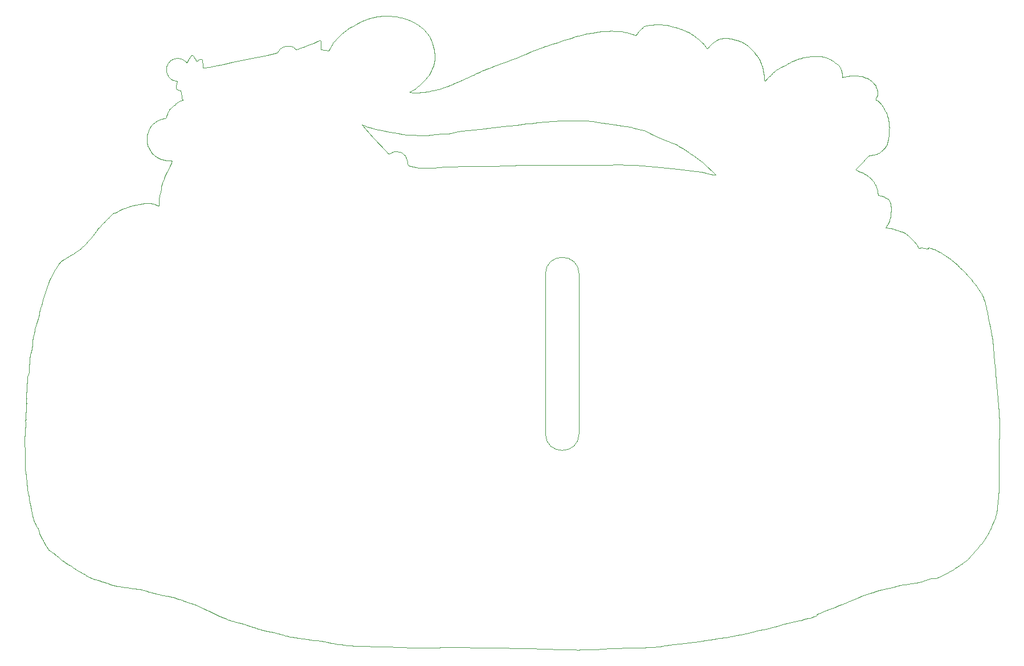
<source format=gm1>
G04 #@! TF.GenerationSoftware,KiCad,Pcbnew,5.1.9*
G04 #@! TF.CreationDate,2021-01-15T01:00:07+01:00*
G04 #@! TF.ProjectId,mch2021,6d636832-3032-4312-9e6b-696361645f70,1*
G04 #@! TF.SameCoordinates,Original*
G04 #@! TF.FileFunction,Profile,NP*
%FSLAX46Y46*%
G04 Gerber Fmt 4.6, Leading zero omitted, Abs format (unit mm)*
G04 Created by KiCad (PCBNEW 5.1.9) date 2021-01-15 01:00:07*
%MOMM*%
%LPD*%
G01*
G04 APERTURE LIST*
G04 #@! TA.AperFunction,Profile*
%ADD10C,0.050000*%
G04 #@! TD*
G04 #@! TA.AperFunction,Profile*
%ADD11C,0.200000*%
G04 #@! TD*
G04 #@! TA.AperFunction,Profile*
%ADD12C,0.100000*%
G04 #@! TD*
G04 APERTURE END LIST*
D10*
X9946380Y-14693240D02*
X9946380Y9026760D01*
X4946380Y-14693240D02*
X4946380Y9026760D01*
X9946380Y-14693240D02*
G75*
G02*
X4946380Y-14693240I-2500000J0D01*
G01*
X9946380Y9026760D02*
G75*
G03*
X4946380Y9026760I-2500000J0D01*
G01*
D11*
D12*
X7855600Y-46812300D02*
X7855600Y-46812300D01*
X7855600Y-46812300D02*
X7855600Y-46812300D01*
X7855500Y-46812400D02*
X7855600Y-46812300D01*
X8329500Y-46826000D02*
X7855500Y-46812400D01*
X8803600Y-46839700D02*
X8329500Y-46826000D01*
X9293000Y-46844500D02*
X8803600Y-46839700D01*
X9782500Y-46849300D02*
X9293000Y-46844500D01*
X10252800Y-46845200D02*
X9782500Y-46849300D01*
X10723200Y-46841200D02*
X10252800Y-46845200D01*
X11139800Y-46828200D02*
X10723200Y-46841200D01*
X11556400Y-46815300D02*
X11139800Y-46828200D01*
X12497500Y-46772600D02*
X11556400Y-46815300D01*
X13438600Y-46729900D02*
X12497500Y-46772600D01*
X14707500Y-46666300D02*
X13438600Y-46729900D01*
X15976400Y-46602700D02*
X14707500Y-46666300D01*
X16726400Y-46572800D02*
X15976400Y-46602700D01*
X17476400Y-46543000D02*
X16726400Y-46572800D01*
X18191500Y-46531400D02*
X17476400Y-46543000D01*
X18906700Y-46519800D02*
X18191500Y-46531400D01*
X19520200Y-46512100D02*
X18906700Y-46519800D01*
X20133700Y-46504500D02*
X19520200Y-46512100D01*
X20632700Y-46480100D02*
X20133700Y-46504500D01*
X21131800Y-46455800D02*
X20632700Y-46480100D01*
X21546200Y-46412600D02*
X21131800Y-46455800D01*
X21960700Y-46369400D02*
X21546200Y-46412600D01*
X22320300Y-46305100D02*
X21960700Y-46369400D01*
X22679900Y-46240900D02*
X22320300Y-46305100D01*
X22980900Y-46182700D02*
X22679900Y-46240900D01*
X23281900Y-46124500D02*
X22980900Y-46182700D01*
X23530700Y-46089300D02*
X23281900Y-46124500D01*
X23779600Y-46054200D02*
X23530700Y-46089300D01*
X25006000Y-45926900D02*
X23779600Y-46054200D01*
X26233000Y-45799600D02*
X25006000Y-45926900D01*
X27006000Y-45699800D02*
X26233000Y-45799600D01*
X27779000Y-45600100D02*
X27006000Y-45699800D01*
X28254000Y-45531200D02*
X27779000Y-45600100D01*
X28729000Y-45462300D02*
X28254000Y-45531200D01*
X29342000Y-45366600D02*
X28729000Y-45462300D01*
X29955000Y-45271000D02*
X29342000Y-45366600D01*
X30346000Y-45207900D02*
X29955000Y-45271000D01*
X30738000Y-45144800D02*
X30346000Y-45207900D01*
X31076000Y-45093100D02*
X30738000Y-45144800D01*
X31414000Y-45041400D02*
X31076000Y-45093100D01*
X31788000Y-44988100D02*
X31414000Y-45041400D01*
X32163000Y-44934800D02*
X31788000Y-44988100D01*
X32412000Y-44892200D02*
X32163000Y-44934800D01*
X32662000Y-44849600D02*
X32412000Y-44892200D01*
X33303000Y-44716700D02*
X32662000Y-44849600D01*
X33945000Y-44583900D02*
X33303000Y-44716700D01*
X34710000Y-44411700D02*
X33945000Y-44583900D01*
X35475000Y-44239500D02*
X34710000Y-44411700D01*
X36077000Y-44101800D02*
X35475000Y-44239500D01*
X36680000Y-43964200D02*
X36077000Y-44101800D01*
X37388000Y-43805600D02*
X36680000Y-43964200D01*
X38097000Y-43647100D02*
X37388000Y-43805600D01*
X38382000Y-43571200D02*
X38097000Y-43647100D01*
X38668000Y-43495400D02*
X38382000Y-43571200D01*
X39028000Y-43395500D02*
X38668000Y-43495400D01*
X39389000Y-43295600D02*
X39028000Y-43395500D01*
X39905000Y-43163600D02*
X39389000Y-43295600D01*
X40421000Y-43031600D02*
X39905000Y-43163600D01*
X40956000Y-42901500D02*
X40421000Y-43031600D01*
X41491000Y-42771500D02*
X40956000Y-42901500D01*
X41909000Y-42677300D02*
X41491000Y-42771500D01*
X42327000Y-42583200D02*
X41909000Y-42677300D01*
X42634000Y-42513900D02*
X42327000Y-42583200D01*
X42941000Y-42444600D02*
X42634000Y-42513900D01*
X43288000Y-42358200D02*
X42941000Y-42444600D01*
X43635000Y-42271800D02*
X43288000Y-42358200D01*
X43940000Y-42189300D02*
X43635000Y-42271800D01*
X44246000Y-42106800D02*
X43940000Y-42189300D01*
X44430000Y-42049100D02*
X44246000Y-42106800D01*
X44614000Y-41991400D02*
X44430000Y-42049100D01*
X44795000Y-41926400D02*
X44614000Y-41991400D01*
X44976000Y-41861400D02*
X44795000Y-41926400D01*
X45045000Y-41833300D02*
X44976000Y-41861400D01*
X45114000Y-41805300D02*
X45045000Y-41833300D01*
X45170000Y-41768400D02*
X45114000Y-41805300D01*
X45227000Y-41731600D02*
X45170000Y-41768400D01*
X45259000Y-41695700D02*
X45227000Y-41731600D01*
X45291000Y-41659900D02*
X45259000Y-41695700D01*
X45294000Y-41645400D02*
X45291000Y-41659900D01*
X45297000Y-41630900D02*
X45294000Y-41645400D01*
X45289000Y-41620300D02*
X45297000Y-41630900D01*
X45282000Y-41609700D02*
X45289000Y-41620300D01*
X45264000Y-41592800D02*
X45282000Y-41609700D01*
X45247000Y-41575900D02*
X45264000Y-41592800D01*
X45267000Y-41556200D02*
X45247000Y-41575900D01*
X45288000Y-41536600D02*
X45267000Y-41556200D01*
X45511000Y-41451100D02*
X45288000Y-41536600D01*
X45735000Y-41365700D02*
X45511000Y-41451100D01*
X46465000Y-41081100D02*
X45735000Y-41365700D01*
X47196000Y-40796600D02*
X46465000Y-41081100D01*
X47912000Y-40518900D02*
X47196000Y-40796600D01*
X48628000Y-40241200D02*
X47912000Y-40518900D01*
X48993000Y-40101600D02*
X48628000Y-40241200D01*
X49358000Y-39962100D02*
X48993000Y-40101600D01*
X50156000Y-39625400D02*
X49358000Y-39962100D01*
X50955000Y-39288700D02*
X50156000Y-39625400D01*
X51450000Y-39084400D02*
X50955000Y-39288700D01*
X51945000Y-38880200D02*
X51450000Y-39084400D01*
X52443000Y-38714000D02*
X51945000Y-38880200D01*
X52942000Y-38547800D02*
X52443000Y-38714000D01*
X53218000Y-38454300D02*
X52942000Y-38547800D01*
X53495000Y-38360900D02*
X53218000Y-38454300D01*
X53639000Y-38302500D02*
X53495000Y-38360900D01*
X53784000Y-38244100D02*
X53639000Y-38302500D01*
X53846000Y-38215200D02*
X53784000Y-38244100D01*
X53909000Y-38186400D02*
X53846000Y-38215200D01*
X54047000Y-38144800D02*
X53909000Y-38186400D01*
X54186000Y-38103200D02*
X54047000Y-38144800D01*
X54897000Y-37925700D02*
X54186000Y-38103200D01*
X55608000Y-37748300D02*
X54897000Y-37925700D01*
X56454000Y-37546800D02*
X55608000Y-37748300D01*
X57301000Y-37345400D02*
X56454000Y-37546800D01*
X57681000Y-37265900D02*
X57301000Y-37345400D01*
X58061000Y-37186500D02*
X57681000Y-37265900D01*
X58241000Y-37158200D02*
X58061000Y-37186500D01*
X58421000Y-37130000D02*
X58241000Y-37158200D01*
X58843000Y-37065800D02*
X58421000Y-37130000D01*
X59266000Y-37001600D02*
X58843000Y-37065800D01*
X59521000Y-36962200D02*
X59266000Y-37001600D01*
X59777000Y-36922800D02*
X59521000Y-36962200D01*
X59944000Y-36889900D02*
X59777000Y-36922800D01*
X60112000Y-36857000D02*
X59944000Y-36889900D01*
X60325000Y-36815600D02*
X60112000Y-36857000D01*
X60539000Y-36774300D02*
X60325000Y-36815600D01*
X60637000Y-36755700D02*
X60539000Y-36774300D01*
X60736000Y-36737100D02*
X60637000Y-36755700D01*
X60878000Y-36697500D02*
X60736000Y-36737100D01*
X61021000Y-36658000D02*
X60878000Y-36697500D01*
X61516000Y-36492400D02*
X61021000Y-36658000D01*
X62012000Y-36326900D02*
X61516000Y-36492400D01*
X62226000Y-36259300D02*
X62012000Y-36326900D01*
X62440000Y-36191700D02*
X62226000Y-36259300D01*
X62479000Y-36190300D02*
X62440000Y-36191700D01*
X62519000Y-36188900D02*
X62479000Y-36190300D01*
X62537000Y-36204500D02*
X62519000Y-36188900D01*
X62555000Y-36220200D02*
X62537000Y-36204500D01*
X62577000Y-36233200D02*
X62555000Y-36220200D01*
X62599000Y-36246200D02*
X62577000Y-36233200D01*
X62642000Y-36246600D02*
X62599000Y-36246200D01*
X62685000Y-36247100D02*
X62642000Y-36246600D01*
X62824000Y-36214100D02*
X62685000Y-36247100D01*
X62963000Y-36181200D02*
X62824000Y-36214100D01*
X63159000Y-36109700D02*
X62963000Y-36181200D01*
X63355000Y-36038300D02*
X63159000Y-36109700D01*
X63590000Y-35936200D02*
X63355000Y-36038300D01*
X63826000Y-35834100D02*
X63590000Y-35936200D01*
X64084000Y-35709200D02*
X63826000Y-35834100D01*
X64343000Y-35584400D02*
X64084000Y-35709200D01*
X64607000Y-35444600D02*
X64343000Y-35584400D01*
X64871000Y-35304900D02*
X64607000Y-35444600D01*
X65123000Y-35158200D02*
X64871000Y-35304900D01*
X65375000Y-35011500D02*
X65123000Y-35158200D01*
X65598000Y-34865700D02*
X65375000Y-35011500D01*
X65822000Y-34719900D02*
X65598000Y-34865700D01*
X66147000Y-34509500D02*
X65822000Y-34719900D01*
X66473000Y-34299200D02*
X66147000Y-34509500D01*
X66702000Y-34142300D02*
X66473000Y-34299200D01*
X66931000Y-33985400D02*
X66702000Y-34142300D01*
X67114000Y-33841100D02*
X66931000Y-33985400D01*
X67297000Y-33696900D02*
X67114000Y-33841100D01*
X67548000Y-33480400D02*
X67297000Y-33696900D01*
X67800000Y-33264000D02*
X67548000Y-33480400D01*
X67871000Y-33197500D02*
X67800000Y-33264000D01*
X67942000Y-33131000D02*
X67871000Y-33197500D01*
X67971000Y-33085200D02*
X67942000Y-33131000D01*
X68001000Y-33039400D02*
X67971000Y-33085200D01*
X68019000Y-33007900D02*
X68001000Y-33039400D01*
X68038000Y-32976400D02*
X68019000Y-33007900D01*
X68089000Y-32913500D02*
X68038000Y-32976400D01*
X68140000Y-32850700D02*
X68089000Y-32913500D01*
X68308000Y-32667400D02*
X68140000Y-32850700D01*
X68476000Y-32484100D02*
X68308000Y-32667400D01*
X68711000Y-32233200D02*
X68476000Y-32484100D01*
X68947000Y-31982400D02*
X68711000Y-32233200D01*
X69160000Y-31739000D02*
X68947000Y-31982400D01*
X69374000Y-31495600D02*
X69160000Y-31739000D01*
X69567000Y-31258500D02*
X69374000Y-31495600D01*
X69760000Y-31021400D02*
X69567000Y-31258500D01*
X69933000Y-30789400D02*
X69760000Y-31021400D01*
X70106000Y-30557400D02*
X69933000Y-30789400D01*
X70260000Y-30329300D02*
X70106000Y-30557400D01*
X70415000Y-30101200D02*
X70260000Y-30329300D01*
X70551000Y-29875800D02*
X70415000Y-30101200D01*
X70688000Y-29650400D02*
X70551000Y-29875800D01*
X70807000Y-29426400D02*
X70688000Y-29650400D01*
X70927000Y-29202500D02*
X70807000Y-29426400D01*
X71030000Y-28978900D02*
X70927000Y-29202500D01*
X71133000Y-28755300D02*
X71030000Y-28978900D01*
X71353000Y-28247700D02*
X71133000Y-28755300D01*
X71574000Y-27740100D02*
X71353000Y-28247700D01*
X71680000Y-27485800D02*
X71574000Y-27740100D01*
X71787000Y-27231500D02*
X71680000Y-27485800D01*
X71858000Y-27002100D02*
X71787000Y-27231500D01*
X71930000Y-26772800D02*
X71858000Y-27002100D01*
X71978000Y-26522700D02*
X71930000Y-26772800D01*
X72027000Y-26272600D02*
X71978000Y-26522700D01*
X72064000Y-25955800D02*
X72027000Y-26272600D01*
X72102000Y-25639100D02*
X72064000Y-25955800D01*
X72180000Y-24881400D02*
X72102000Y-25639100D01*
X72259000Y-24123800D02*
X72180000Y-24881400D01*
X72283000Y-23730800D02*
X72259000Y-24123800D01*
X72307000Y-23337900D02*
X72283000Y-23730800D01*
X72320000Y-22686900D02*
X72307000Y-23337900D01*
X72333000Y-22035900D02*
X72320000Y-22686900D01*
X72334000Y-21145500D02*
X72333000Y-22035900D01*
X72335000Y-20255200D02*
X72334000Y-21145500D01*
X72325000Y-19144200D02*
X72335000Y-20255200D01*
X72315000Y-18033200D02*
X72325000Y-19144200D01*
X72313000Y-17323400D02*
X72315000Y-18033200D01*
X72312000Y-16613700D02*
X72313000Y-17323400D01*
X72320000Y-16365700D02*
X72312000Y-16613700D01*
X72328000Y-16117700D02*
X72320000Y-16365700D01*
X72342000Y-15901700D02*
X72328000Y-16117700D01*
X72357000Y-15685700D02*
X72342000Y-15901700D01*
X72379000Y-15346700D02*
X72357000Y-15685700D01*
X72401000Y-15007700D02*
X72379000Y-15346700D01*
X72410000Y-14712300D02*
X72401000Y-15007700D01*
X72420000Y-14416900D02*
X72410000Y-14712300D01*
X72401000Y-13488200D02*
X72420000Y-14416900D01*
X72383000Y-12559600D02*
X72401000Y-13488200D01*
X72366000Y-12115700D02*
X72383000Y-12559600D01*
X72349000Y-11671900D02*
X72366000Y-12115700D01*
X72332000Y-11426500D02*
X72349000Y-11671900D01*
X72316000Y-11181200D02*
X72332000Y-11426500D01*
X72284000Y-10832200D02*
X72316000Y-11181200D01*
X72252000Y-10483300D02*
X72284000Y-10832200D01*
X72175000Y-9456300D02*
X72252000Y-10483300D01*
X72097000Y-8429300D02*
X72175000Y-9456300D01*
X72015000Y-7584700D02*
X72097000Y-8429300D01*
X71933000Y-6740100D02*
X72015000Y-7584700D01*
X71895000Y-6391800D02*
X71933000Y-6740100D01*
X71856000Y-6043600D02*
X71895000Y-6391800D01*
X71821000Y-5651700D02*
X71856000Y-6043600D01*
X71786000Y-5259800D02*
X71821000Y-5651700D01*
X71733000Y-4625300D02*
X71786000Y-5259800D01*
X71680000Y-3990900D02*
X71733000Y-4625300D01*
X71585000Y-2922900D02*
X71680000Y-3990900D01*
X71489000Y-1854900D02*
X71585000Y-2922900D01*
X71456000Y-1508500D02*
X71489000Y-1854900D01*
X71423000Y-1162100D02*
X71456000Y-1508500D01*
X71369000Y-778800D02*
X71423000Y-1162100D01*
X71314000Y-395500D02*
X71369000Y-778800D01*
X71230000Y75000D02*
X71314000Y-395500D01*
X71146000Y545400D02*
X71230000Y75000D01*
X71025000Y1153400D02*
X71146000Y545400D01*
X70903000Y1761400D02*
X71025000Y1153400D01*
X70752000Y2554500D02*
X70903000Y1761400D01*
X70601000Y3347500D02*
X70752000Y2554500D01*
X70552000Y3602000D02*
X70601000Y3347500D01*
X70503000Y3856500D02*
X70552000Y3602000D01*
X70448000Y4097800D02*
X70503000Y3856500D01*
X70392000Y4339100D02*
X70448000Y4097800D01*
X70333000Y4563500D02*
X70392000Y4339100D01*
X70273000Y4787900D02*
X70333000Y4563500D01*
X70210000Y4991600D02*
X70273000Y4787900D01*
X70146000Y5195200D02*
X70210000Y4991600D01*
X70081000Y5374300D02*
X70146000Y5195200D01*
X70015000Y5553400D02*
X70081000Y5374300D01*
X69949000Y5704300D02*
X70015000Y5553400D01*
X69882000Y5855100D02*
X69949000Y5704300D01*
X69816000Y5973900D02*
X69882000Y5855100D01*
X69750000Y6092600D02*
X69816000Y5973900D01*
X69685000Y6175500D02*
X69750000Y6092600D01*
X69621000Y6258400D02*
X69685000Y6175500D01*
X69602000Y6284500D02*
X69621000Y6258400D01*
X69582000Y6310500D02*
X69602000Y6284500D01*
X69574000Y6333900D02*
X69582000Y6310500D01*
X69566000Y6357200D02*
X69574000Y6333900D01*
X69517000Y6449400D02*
X69566000Y6357200D01*
X69467000Y6541600D02*
X69517000Y6449400D01*
X69349000Y6723400D02*
X69467000Y6541600D01*
X69231000Y6905200D02*
X69349000Y6723400D01*
X69087000Y7111800D02*
X69231000Y6905200D01*
X68943000Y7318300D02*
X69087000Y7111800D01*
X68818000Y7484800D02*
X68943000Y7318300D01*
X68693000Y7651200D02*
X68818000Y7484800D01*
X68474000Y7924400D02*
X68693000Y7651200D01*
X68254000Y8197600D02*
X68474000Y7924400D01*
X68143000Y8328700D02*
X68254000Y8197600D01*
X68031000Y8459900D02*
X68143000Y8328700D01*
X67866000Y8640300D02*
X68031000Y8459900D01*
X67700000Y8820600D02*
X67866000Y8640300D01*
X67290000Y9246700D02*
X67700000Y8820600D01*
X66879000Y9672800D02*
X67290000Y9246700D01*
X66498000Y10049100D02*
X66879000Y9672800D01*
X66117000Y10425400D02*
X66498000Y10049100D01*
X65988000Y10543500D02*
X66117000Y10425400D01*
X65859000Y10661500D02*
X65988000Y10543500D01*
X65799000Y10705400D02*
X65859000Y10661500D01*
X65738000Y10749300D02*
X65799000Y10705400D01*
X65716000Y10757800D02*
X65738000Y10749300D01*
X65693000Y10766300D02*
X65716000Y10757800D01*
X65677000Y10786800D02*
X65693000Y10766300D01*
X65661000Y10807200D02*
X65677000Y10786800D01*
X65602000Y10863900D02*
X65661000Y10807200D01*
X65543000Y10920500D02*
X65602000Y10863900D01*
X65414000Y11024400D02*
X65543000Y10920500D01*
X65284000Y11128200D02*
X65414000Y11024400D01*
X65131000Y11242800D02*
X65284000Y11128200D01*
X64977000Y11357300D02*
X65131000Y11242800D01*
X64848000Y11446000D02*
X64977000Y11357300D01*
X64719000Y11534700D02*
X64848000Y11446000D01*
X64328000Y11793400D02*
X64719000Y11534700D01*
X63937000Y12052100D02*
X64328000Y11793400D01*
X63745000Y12171200D02*
X63937000Y12052100D01*
X63552000Y12290200D02*
X63745000Y12171200D01*
X63353000Y12397400D02*
X63552000Y12290200D01*
X63154000Y12504500D02*
X63353000Y12397400D01*
X62960000Y12595500D02*
X63154000Y12504500D01*
X62766000Y12686500D02*
X62960000Y12595500D01*
X62589000Y12757100D02*
X62766000Y12686500D01*
X62412000Y12827700D02*
X62589000Y12757100D01*
X62264000Y12873700D02*
X62412000Y12827700D01*
X62115000Y12919600D02*
X62264000Y12873700D01*
X62008000Y12936600D02*
X62115000Y12919600D01*
X61900000Y12953600D02*
X62008000Y12936600D01*
X61866000Y12950000D02*
X61900000Y12953600D01*
X61831000Y12946300D02*
X61866000Y12950000D01*
X61811000Y12933900D02*
X61831000Y12946300D01*
X61790000Y12921400D02*
X61811000Y12933900D01*
X61786000Y12899600D02*
X61790000Y12921400D01*
X61782000Y12877800D02*
X61786000Y12899600D01*
X61796000Y12846100D02*
X61782000Y12877800D01*
X61809000Y12814400D02*
X61796000Y12846100D01*
X61808000Y12801500D02*
X61809000Y12814400D01*
X61807000Y12788600D02*
X61808000Y12801500D01*
X61782000Y12791200D02*
X61807000Y12788600D01*
X61757000Y12793700D02*
X61782000Y12791200D01*
X61550000Y12843000D02*
X61757000Y12793700D01*
X61343000Y12892200D02*
X61550000Y12843000D01*
X61135000Y12911200D02*
X61343000Y12892200D01*
X60927000Y12930100D02*
X61135000Y12911200D01*
X60794000Y12929500D02*
X60927000Y12930100D01*
X60661000Y12928900D02*
X60794000Y12929500D01*
X60623000Y12924100D02*
X60661000Y12928900D01*
X60584000Y12919200D02*
X60623000Y12924100D01*
X60571000Y12911700D02*
X60584000Y12919200D01*
X60557000Y12904200D02*
X60571000Y12911700D01*
X60551000Y12881600D02*
X60557000Y12904200D01*
X60545000Y12858900D02*
X60551000Y12881600D01*
X60529000Y12852900D02*
X60545000Y12858900D01*
X60513000Y12846800D02*
X60529000Y12852900D01*
X60490000Y12854700D02*
X60513000Y12846800D01*
X60467000Y12862600D02*
X60490000Y12854700D01*
X60441000Y12881900D02*
X60467000Y12862600D01*
X60414000Y12901100D02*
X60441000Y12881900D01*
X60361000Y12963200D02*
X60414000Y12901100D01*
X60308000Y13025200D02*
X60361000Y12963200D01*
X60288000Y13062800D02*
X60308000Y13025200D01*
X60267000Y13100400D02*
X60288000Y13062800D01*
X60255000Y13138900D02*
X60267000Y13100400D01*
X60243000Y13177300D02*
X60255000Y13138900D01*
X60215000Y13249900D02*
X60243000Y13177300D01*
X60187000Y13322400D02*
X60215000Y13249900D01*
X60139000Y13403000D02*
X60187000Y13322400D01*
X60091000Y13483600D02*
X60139000Y13403000D01*
X60040000Y13546000D02*
X60091000Y13483600D01*
X59989000Y13608400D02*
X60040000Y13546000D01*
X59968000Y13624600D02*
X59989000Y13608400D01*
X59947000Y13640800D02*
X59968000Y13624600D01*
X59933000Y13642600D02*
X59947000Y13640800D01*
X59918000Y13644300D02*
X59933000Y13642600D01*
X59905000Y13643300D02*
X59918000Y13644300D01*
X59891000Y13642300D02*
X59905000Y13643300D01*
X59886000Y13656600D02*
X59891000Y13642300D01*
X59880000Y13670900D02*
X59886000Y13656600D01*
X59859000Y13711200D02*
X59880000Y13670900D01*
X59838000Y13751500D02*
X59859000Y13711200D01*
X59789000Y13812900D02*
X59838000Y13751500D01*
X59739000Y13874300D02*
X59789000Y13812900D01*
X59549000Y14077700D02*
X59739000Y13874300D01*
X59358000Y14281100D02*
X59549000Y14077700D01*
X59197000Y14441700D02*
X59358000Y14281100D01*
X59036000Y14602200D02*
X59197000Y14441700D01*
X58891000Y14728700D02*
X59036000Y14602200D01*
X58746000Y14855200D02*
X58891000Y14728700D01*
X58602000Y14956500D02*
X58746000Y14855200D01*
X58458000Y15057700D02*
X58602000Y14956500D01*
X58302000Y15142500D02*
X58458000Y15057700D01*
X58145000Y15227200D02*
X58302000Y15142500D01*
X57962000Y15304300D02*
X58145000Y15227200D01*
X57778000Y15381300D02*
X57962000Y15304300D01*
X57553000Y15459500D02*
X57778000Y15381300D01*
X57328000Y15537700D02*
X57553000Y15459500D01*
X57048000Y15625700D02*
X57328000Y15537700D01*
X56768000Y15713700D02*
X57048000Y15625700D01*
X56640000Y15746100D02*
X56768000Y15713700D01*
X56511000Y15778400D02*
X56640000Y15746100D01*
X56351000Y15810200D02*
X56511000Y15778400D01*
X56190000Y15841900D02*
X56351000Y15810200D01*
X56037000Y15866100D02*
X56190000Y15841900D01*
X55883000Y15890300D02*
X56037000Y15866100D01*
X55776000Y15899900D02*
X55883000Y15890300D01*
X55668000Y15909500D02*
X55776000Y15899900D01*
X55611000Y15915500D02*
X55668000Y15909500D01*
X55553000Y15921500D02*
X55611000Y15915500D01*
X55538000Y15930100D02*
X55553000Y15921500D01*
X55523000Y15938600D02*
X55538000Y15930100D01*
X55516000Y15951700D02*
X55523000Y15938600D01*
X55509000Y15964800D02*
X55516000Y15951700D01*
X55522000Y16007200D02*
X55509000Y15964800D01*
X55535000Y16049500D02*
X55522000Y16007200D01*
X55582000Y16117900D02*
X55535000Y16049500D01*
X55628000Y16186300D02*
X55582000Y16117900D01*
X55732000Y16334900D02*
X55628000Y16186300D01*
X55836000Y16483500D02*
X55732000Y16334900D01*
X55910000Y16628000D02*
X55836000Y16483500D01*
X55984000Y16772500D02*
X55910000Y16628000D01*
X56041000Y16943100D02*
X55984000Y16772500D01*
X56097000Y17113700D02*
X56041000Y16943100D01*
X56150000Y17340600D02*
X56097000Y17113700D01*
X56202000Y17567400D02*
X56150000Y17340600D01*
X56226000Y17713200D02*
X56202000Y17567400D01*
X56249000Y17858900D02*
X56226000Y17713200D01*
X56264000Y18020500D02*
X56249000Y17858900D01*
X56279000Y18182000D02*
X56264000Y18020500D01*
X56287000Y18349300D02*
X56279000Y18182000D01*
X56294000Y18516500D02*
X56287000Y18349300D01*
X56294000Y18679500D02*
X56294000Y18516500D01*
X56294000Y18842400D02*
X56294000Y18679500D01*
X56287000Y18990900D02*
X56294000Y18842400D01*
X56279000Y19139400D02*
X56287000Y18990900D01*
X56265000Y19263500D02*
X56279000Y19139400D01*
X56250000Y19387500D02*
X56265000Y19263500D01*
X56229000Y19477000D02*
X56250000Y19387500D01*
X56208000Y19566500D02*
X56229000Y19477000D01*
X56195000Y19595200D02*
X56208000Y19566500D01*
X56181000Y19623900D02*
X56195000Y19595200D01*
X56167000Y19640200D02*
X56181000Y19623900D01*
X56152000Y19656400D02*
X56167000Y19640200D01*
X56139000Y19676900D02*
X56152000Y19656400D01*
X56126000Y19697300D02*
X56139000Y19676900D01*
X56121000Y19730700D02*
X56126000Y19697300D01*
X56115000Y19764100D02*
X56121000Y19730700D01*
X56110000Y19798400D02*
X56115000Y19764100D01*
X56104000Y19832600D02*
X56110000Y19798400D01*
X56088000Y19869400D02*
X56104000Y19832600D01*
X56071000Y19906100D02*
X56088000Y19869400D01*
X56011000Y19984400D02*
X56071000Y19906100D01*
X55950000Y20062600D02*
X56011000Y19984400D01*
X55860000Y20142900D02*
X55950000Y20062600D01*
X55769000Y20223200D02*
X55860000Y20142900D01*
X55657000Y20300500D02*
X55769000Y20223200D01*
X55544000Y20377800D02*
X55657000Y20300500D01*
X55418000Y20447000D02*
X55544000Y20377800D01*
X55292000Y20516100D02*
X55418000Y20447000D01*
X55161000Y20572000D02*
X55292000Y20516100D01*
X55029000Y20627800D02*
X55161000Y20572000D01*
X54901000Y20665300D02*
X55029000Y20627800D01*
X54773000Y20702700D02*
X54901000Y20665300D01*
X54657000Y20716700D02*
X54773000Y20702700D01*
X54541000Y20730600D02*
X54657000Y20716700D01*
X54491000Y20732300D02*
X54541000Y20730600D01*
X54441000Y20733900D02*
X54491000Y20732300D01*
X54425000Y20741100D02*
X54441000Y20733900D01*
X54409000Y20748200D02*
X54425000Y20741100D01*
X54397000Y20764100D02*
X54409000Y20748200D01*
X54385000Y20780000D02*
X54397000Y20764100D01*
X54367000Y20852200D02*
X54385000Y20780000D01*
X54348000Y20924300D02*
X54367000Y20852200D01*
X54325000Y21073400D02*
X54348000Y20924300D01*
X54302000Y21222500D02*
X54325000Y21073400D01*
X54278000Y21357200D02*
X54302000Y21222500D01*
X54253000Y21491800D02*
X54278000Y21357200D01*
X54220000Y21620800D02*
X54253000Y21491800D01*
X54187000Y21749700D02*
X54220000Y21620800D01*
X54147000Y21873200D02*
X54187000Y21749700D01*
X54106000Y21996600D02*
X54147000Y21873200D01*
X54057000Y22114800D02*
X54106000Y21996600D01*
X54007000Y22232900D02*
X54057000Y22114800D01*
X53950000Y22346100D02*
X54007000Y22232900D01*
X53892000Y22459200D02*
X53950000Y22346100D01*
X53826000Y22567500D02*
X53892000Y22459200D01*
X53759000Y22675800D02*
X53826000Y22567500D01*
X53683000Y22779500D02*
X53759000Y22675800D01*
X53607000Y22883200D02*
X53683000Y22779500D01*
X53523000Y22982600D02*
X53607000Y22883200D01*
X53438000Y23082000D02*
X53523000Y22982600D01*
X53344000Y23177200D02*
X53438000Y23082000D01*
X53249000Y23272400D02*
X53344000Y23177200D01*
X53146000Y23363800D02*
X53249000Y23272400D01*
X53042000Y23455100D02*
X53146000Y23363800D01*
X52928000Y23542800D02*
X53042000Y23455100D01*
X52814000Y23630400D02*
X52928000Y23542800D01*
X52691000Y23714700D02*
X52814000Y23630400D01*
X52567000Y23798900D02*
X52691000Y23714700D01*
X52433000Y23879900D02*
X52567000Y23798900D01*
X52299000Y23960900D02*
X52433000Y23879900D01*
X52155000Y24038900D02*
X52299000Y23960900D01*
X52010000Y24116900D02*
X52155000Y24038900D01*
X51689000Y24264900D02*
X52010000Y24116900D01*
X51368000Y24412900D02*
X51689000Y24264900D01*
X51299000Y24441400D02*
X51368000Y24412900D01*
X51229000Y24469800D02*
X51299000Y24441400D01*
X51181000Y24494000D02*
X51229000Y24469800D01*
X51133000Y24518200D02*
X51181000Y24494000D01*
X51111000Y24545500D02*
X51133000Y24518200D01*
X51088000Y24572700D02*
X51111000Y24545500D01*
X51094000Y24610300D02*
X51088000Y24572700D01*
X51099000Y24647900D02*
X51094000Y24610300D01*
X51137000Y24703100D02*
X51099000Y24647900D01*
X51175000Y24758300D02*
X51137000Y24703100D01*
X51249000Y24838500D02*
X51175000Y24758300D01*
X51322000Y24918600D02*
X51249000Y24838500D01*
X51589000Y25182900D02*
X51322000Y24918600D01*
X51856000Y25447200D02*
X51589000Y25182900D01*
X52164000Y25760100D02*
X51856000Y25447200D01*
X52472000Y26072900D02*
X52164000Y25760100D01*
X52639000Y26260800D02*
X52472000Y26072900D01*
X52805000Y26448700D02*
X52639000Y26260800D01*
X52844000Y26502400D02*
X52805000Y26448700D01*
X52882000Y26556100D02*
X52844000Y26502400D01*
X52916000Y26587600D02*
X52882000Y26556100D01*
X52949000Y26619000D02*
X52916000Y26587600D01*
X52988000Y26635800D02*
X52949000Y26619000D01*
X53027000Y26652600D02*
X52988000Y26635800D01*
X53084000Y26662300D02*
X53027000Y26652600D01*
X53141000Y26672000D02*
X53084000Y26662300D01*
X53349000Y26714500D02*
X53141000Y26672000D01*
X53557000Y26756900D02*
X53349000Y26714500D01*
X53786000Y26808800D02*
X53557000Y26756900D01*
X54015000Y26860700D02*
X53786000Y26808800D01*
X54141000Y26897700D02*
X54015000Y26860700D01*
X54267000Y26934600D02*
X54141000Y26897700D01*
X54397000Y26998700D02*
X54267000Y26934600D01*
X54527000Y27062800D02*
X54397000Y26998700D01*
X54657000Y27150000D02*
X54527000Y27062800D01*
X54786000Y27237200D02*
X54657000Y27150000D01*
X54911000Y27343300D02*
X54786000Y27237200D01*
X55035000Y27449300D02*
X54911000Y27343300D01*
X55151000Y27570100D02*
X55035000Y27449300D01*
X55266000Y27690800D02*
X55151000Y27570100D01*
X55368000Y27822200D02*
X55266000Y27690800D01*
X55470000Y27953500D02*
X55368000Y27822200D01*
X55554000Y28091300D02*
X55470000Y27953500D01*
X55637000Y28229000D02*
X55554000Y28091300D01*
X55699000Y28369000D02*
X55637000Y28229000D01*
X55760000Y28509000D02*
X55699000Y28369000D01*
X55808000Y28686800D02*
X55760000Y28509000D01*
X55856000Y28864500D02*
X55808000Y28686800D01*
X55895000Y29083200D02*
X55856000Y28864500D01*
X55933000Y29301900D02*
X55895000Y29083200D01*
X55961000Y29546800D02*
X55933000Y29301900D01*
X55989000Y29791600D02*
X55961000Y29546800D01*
X56006000Y30047700D02*
X55989000Y29791600D01*
X56022000Y30303700D02*
X56006000Y30047700D01*
X56027000Y30556100D02*
X56022000Y30303700D01*
X56032000Y30808500D02*
X56027000Y30556100D01*
X56025000Y31042500D02*
X56032000Y30808500D01*
X56017000Y31276400D02*
X56025000Y31042500D01*
X55997000Y31476900D02*
X56017000Y31276400D01*
X55976000Y31677400D02*
X55997000Y31476900D01*
X55942000Y31829700D02*
X55976000Y31677400D01*
X55908000Y31982000D02*
X55942000Y31829700D01*
X55864000Y32151200D02*
X55908000Y31982000D01*
X55820000Y32320400D02*
X55864000Y32151200D01*
X55762000Y32513500D02*
X55820000Y32320400D01*
X55704000Y32706600D02*
X55762000Y32513500D01*
X55617000Y32913300D02*
X55704000Y32706600D01*
X55530000Y33119900D02*
X55617000Y32913300D01*
X55421000Y33329100D02*
X55530000Y33119900D01*
X55313000Y33538300D02*
X55421000Y33329100D01*
X55190000Y33738900D02*
X55313000Y33538300D01*
X55068000Y33939400D02*
X55190000Y33738900D01*
X54938000Y34120300D02*
X55068000Y33939400D01*
X54809000Y34301200D02*
X54938000Y34120300D01*
X54680000Y34451300D02*
X54809000Y34301200D01*
X54550000Y34601400D02*
X54680000Y34451300D01*
X54429000Y34709700D02*
X54550000Y34601400D01*
X54308000Y34818000D02*
X54429000Y34709700D01*
X54253000Y34853000D02*
X54308000Y34818000D01*
X54197000Y34887900D02*
X54253000Y34853000D01*
X54146000Y34908300D02*
X54197000Y34887900D01*
X54095000Y34928700D02*
X54146000Y34908300D01*
X54058000Y34941700D02*
X54095000Y34928700D01*
X54020000Y34954600D02*
X54058000Y34941700D01*
X54011000Y34964400D02*
X54020000Y34954600D01*
X54002000Y34974200D02*
X54011000Y34964400D01*
X54000000Y34989300D02*
X54002000Y34974200D01*
X53998000Y35004400D02*
X54000000Y34989300D01*
X54016000Y35059700D02*
X53998000Y35004400D01*
X54033000Y35115000D02*
X54016000Y35059700D01*
X54081000Y35219200D02*
X54033000Y35115000D01*
X54128000Y35323400D02*
X54081000Y35219200D01*
X54191000Y35478600D02*
X54128000Y35323400D01*
X54253000Y35633800D02*
X54191000Y35478600D01*
X54269000Y35695000D02*
X54253000Y35633800D01*
X54285000Y35756100D02*
X54269000Y35695000D01*
X54290000Y35804100D02*
X54285000Y35756100D01*
X54295000Y35852100D02*
X54290000Y35804100D01*
X54283000Y36033600D02*
X54295000Y35852100D01*
X54270000Y36215000D02*
X54283000Y36033600D01*
X54234000Y36385700D02*
X54270000Y36215000D01*
X54197000Y36556400D02*
X54234000Y36385700D01*
X54138000Y36715800D02*
X54197000Y36556400D01*
X54079000Y36875100D02*
X54138000Y36715800D01*
X53998000Y37022500D02*
X54079000Y36875100D01*
X53917000Y37169800D02*
X53998000Y37022500D01*
X53816000Y37304600D02*
X53917000Y37169800D01*
X53714000Y37439400D02*
X53816000Y37304600D01*
X53594000Y37561100D02*
X53714000Y37439400D01*
X53473000Y37682700D02*
X53594000Y37561100D01*
X53335000Y37790700D02*
X53473000Y37682700D01*
X53196000Y37898600D02*
X53335000Y37790700D01*
X53041000Y37992200D02*
X53196000Y37898600D01*
X52885000Y38085700D02*
X53041000Y37992200D01*
X52713000Y38164400D02*
X52885000Y38085700D01*
X52541000Y38243000D02*
X52713000Y38164400D01*
X52355000Y38306200D02*
X52541000Y38243000D01*
X52168000Y38369300D02*
X52355000Y38306200D01*
X51968000Y38416300D02*
X52168000Y38369300D01*
X51768000Y38463300D02*
X51968000Y38416300D01*
X51556000Y38493600D02*
X51768000Y38463300D01*
X51343000Y38523800D02*
X51556000Y38493600D01*
X51119000Y38536800D02*
X51343000Y38523800D01*
X50895000Y38549800D02*
X51119000Y38536800D01*
X50661000Y38544900D02*
X50895000Y38549800D01*
X50426000Y38539900D02*
X50661000Y38544900D01*
X50183000Y38516500D02*
X50426000Y38539900D01*
X49939000Y38493000D02*
X50183000Y38516500D01*
X49688000Y38450500D02*
X49939000Y38493000D01*
X49437000Y38408000D02*
X49688000Y38450500D01*
X49231000Y38367200D02*
X49437000Y38408000D01*
X49024000Y38326400D02*
X49231000Y38367200D01*
X49030000Y38407600D02*
X49024000Y38326400D01*
X49035000Y38488800D02*
X49030000Y38407600D01*
X49040000Y38582200D02*
X49035000Y38488800D01*
X49044000Y38675600D02*
X49040000Y38582200D01*
X49034000Y38783300D02*
X49044000Y38675600D01*
X49023000Y38891000D02*
X49034000Y38783300D01*
X48998000Y39007000D02*
X49023000Y38891000D01*
X48973000Y39122900D02*
X48998000Y39007000D01*
X48937000Y39241200D02*
X48973000Y39122900D01*
X48901000Y39359500D02*
X48937000Y39241200D01*
X48855000Y39474100D02*
X48901000Y39359500D01*
X48809000Y39588700D02*
X48855000Y39474100D01*
X48756000Y39693700D02*
X48809000Y39588700D01*
X48703000Y39798700D02*
X48756000Y39693700D01*
X48645000Y39888100D02*
X48703000Y39798700D01*
X48586000Y39977500D02*
X48645000Y39888100D01*
X48524000Y40045320D02*
X48586000Y39977500D01*
X48462000Y40113130D02*
X48524000Y40045320D01*
X48218000Y40312870D02*
X48462000Y40113130D01*
X47973000Y40512610D02*
X48218000Y40312870D01*
X47734000Y40675190D02*
X47973000Y40512610D01*
X47495000Y40837770D02*
X47734000Y40675190D01*
X47376000Y40905590D02*
X47495000Y40837770D01*
X47256000Y40973400D02*
X47376000Y40905590D01*
X47137000Y41032480D02*
X47256000Y40973400D01*
X47017000Y41091550D02*
X47137000Y41032480D01*
X46897000Y41142070D02*
X47017000Y41091550D01*
X46776000Y41192580D02*
X46897000Y41142070D01*
X46654000Y41234730D02*
X46776000Y41192580D01*
X46531000Y41276870D02*
X46654000Y41234730D01*
X46407000Y41310830D02*
X46531000Y41276870D01*
X46282000Y41344780D02*
X46407000Y41310830D01*
X46155000Y41370730D02*
X46282000Y41344780D01*
X46028000Y41396680D02*
X46155000Y41370730D01*
X45897000Y41414800D02*
X46028000Y41396680D01*
X45766000Y41432920D02*
X45897000Y41414800D01*
X45632000Y41443410D02*
X45766000Y41432920D01*
X45497000Y41453890D02*
X45632000Y41443410D01*
X45213000Y41452660D02*
X45497000Y41453890D01*
X44929000Y41451430D02*
X45213000Y41452660D01*
X44622000Y41421840D02*
X44929000Y41451430D01*
X44315000Y41392250D02*
X44622000Y41421840D01*
X44007000Y41347000D02*
X44315000Y41392250D01*
X43698000Y41301750D02*
X44007000Y41347000D01*
X43461000Y41257230D02*
X43698000Y41301750D01*
X43223000Y41212700D02*
X43461000Y41257230D01*
X43026000Y41162200D02*
X43223000Y41212700D01*
X42829000Y41111700D02*
X43026000Y41162200D01*
X42642000Y41048550D02*
X42829000Y41111700D01*
X42454000Y40985390D02*
X42642000Y41048550D01*
X42218000Y40902790D02*
X42454000Y40985390D01*
X41981000Y40820180D02*
X42218000Y40902790D01*
X41868000Y40776880D02*
X41981000Y40820180D01*
X41754000Y40733570D02*
X41868000Y40776880D01*
X41632000Y40678640D02*
X41754000Y40733570D01*
X41510000Y40623710D02*
X41632000Y40678640D01*
X41411000Y40572030D02*
X41510000Y40623710D01*
X41312000Y40520340D02*
X41411000Y40572030D01*
X41267000Y40486770D02*
X41312000Y40520340D01*
X41221000Y40453200D02*
X41267000Y40486770D01*
X41157000Y40411800D02*
X41221000Y40453200D01*
X41092000Y40370400D02*
X41157000Y40411800D01*
X40948000Y40294110D02*
X41092000Y40370400D01*
X40804000Y40217820D02*
X40948000Y40294110D01*
X40572000Y40099660D02*
X40804000Y40217820D01*
X40339000Y39981500D02*
X40572000Y40099660D01*
X40181000Y39902900D02*
X40339000Y39981500D01*
X40022000Y39824300D02*
X40181000Y39902900D01*
X39931000Y39776100D02*
X40022000Y39824300D01*
X39839000Y39727900D02*
X39931000Y39776100D01*
X39797000Y39698600D02*
X39839000Y39727900D01*
X39754000Y39669300D02*
X39797000Y39698600D01*
X39743000Y39658100D02*
X39754000Y39669300D01*
X39731000Y39646900D02*
X39743000Y39658100D01*
X39713000Y39642300D02*
X39731000Y39646900D01*
X39695000Y39637600D02*
X39713000Y39642300D01*
X39669000Y39630400D02*
X39695000Y39637600D01*
X39643000Y39623200D02*
X39669000Y39630400D01*
X39604000Y39602700D02*
X39643000Y39623200D01*
X39565000Y39582100D02*
X39604000Y39602700D01*
X39455000Y39506700D02*
X39565000Y39582100D01*
X39344000Y39431300D02*
X39455000Y39506700D01*
X39044000Y39184900D02*
X39344000Y39431300D01*
X38743000Y38938500D02*
X39044000Y39184900D01*
X38425000Y38643600D02*
X38743000Y38938500D01*
X38107000Y38348700D02*
X38425000Y38643600D01*
X37976000Y38212700D02*
X38107000Y38348700D01*
X37844000Y38076600D02*
X37976000Y38212700D01*
X37749000Y37963900D02*
X37844000Y38076600D01*
X37653000Y37851200D02*
X37749000Y37963900D01*
X37609000Y37802500D02*
X37653000Y37851200D01*
X37564000Y37753800D02*
X37609000Y37802500D01*
X37548000Y37748200D02*
X37564000Y37753800D01*
X37532000Y37742600D02*
X37548000Y37748200D01*
X37519000Y37750600D02*
X37532000Y37742600D01*
X37506000Y37758500D02*
X37519000Y37750600D01*
X37488000Y37818400D02*
X37506000Y37758500D01*
X37469000Y37878200D02*
X37488000Y37818400D01*
X37457000Y38001900D02*
X37469000Y37878200D01*
X37444000Y38125500D02*
X37457000Y38001900D01*
X37405000Y38504200D02*
X37444000Y38125500D01*
X37365000Y38882900D02*
X37405000Y38504200D01*
X37337000Y39057600D02*
X37365000Y38882900D01*
X37309000Y39232200D02*
X37337000Y39057600D01*
X37275000Y39398300D02*
X37309000Y39232200D01*
X37240000Y39564400D02*
X37275000Y39398300D01*
X37199000Y39723000D02*
X37240000Y39564400D01*
X37157000Y39881600D02*
X37199000Y39723000D01*
X37108000Y40033690D02*
X37157000Y39881600D01*
X37059000Y40185770D02*
X37108000Y40033690D01*
X37003000Y40332300D02*
X37059000Y40185770D01*
X36946000Y40478830D02*
X37003000Y40332300D01*
X36881000Y40620800D02*
X36946000Y40478830D01*
X36816000Y40762770D02*
X36881000Y40620800D01*
X36742000Y40901180D02*
X36816000Y40762770D01*
X36668000Y41039580D02*
X36742000Y40901180D01*
X36585000Y41175400D02*
X36668000Y41039580D01*
X36502000Y41311220D02*
X36585000Y41175400D01*
X36409000Y41445440D02*
X36502000Y41311220D01*
X36316000Y41579670D02*
X36409000Y41445440D01*
X36213000Y41713280D02*
X36316000Y41579670D01*
X36109000Y41846900D02*
X36213000Y41713280D01*
X35995000Y41980900D02*
X36109000Y41846900D01*
X35881000Y42114890D02*
X35995000Y41980900D01*
X35756000Y42250250D02*
X35881000Y42114890D01*
X35630000Y42385620D02*
X35756000Y42250250D01*
X35344000Y42664380D02*
X35630000Y42385620D01*
X35057000Y42943150D02*
X35344000Y42664380D01*
X34949000Y43032180D02*
X35057000Y42943150D01*
X34840000Y43121220D02*
X34949000Y43032180D01*
X34718000Y43204430D02*
X34840000Y43121220D01*
X34595000Y43287640D02*
X34718000Y43204430D01*
X34459000Y43364570D02*
X34595000Y43287640D01*
X34323000Y43441500D02*
X34459000Y43364570D01*
X34178000Y43511690D02*
X34323000Y43441500D01*
X34032000Y43581880D02*
X34178000Y43511690D01*
X33878000Y43644860D02*
X34032000Y43581880D01*
X33724000Y43707840D02*
X33878000Y43644860D01*
X33564000Y43763150D02*
X33724000Y43707840D01*
X33404000Y43818460D02*
X33564000Y43763150D01*
X33241000Y43865640D02*
X33404000Y43818460D01*
X33077000Y43912810D02*
X33241000Y43865640D01*
X32912000Y43951390D02*
X33077000Y43912810D01*
X32746000Y43989980D02*
X32912000Y43951390D01*
X32582000Y44019510D02*
X32746000Y43989980D01*
X32418000Y44049030D02*
X32582000Y44019510D01*
X32257000Y44069030D02*
X32418000Y44049030D01*
X32096000Y44089030D02*
X32257000Y44069030D01*
X31940000Y44099050D02*
X32096000Y44089030D01*
X31784000Y44109070D02*
X31940000Y44099050D01*
X31636000Y44108640D02*
X31784000Y44109070D01*
X31487000Y44108210D02*
X31636000Y44108640D01*
X31349000Y44096870D02*
X31487000Y44108210D01*
X31210000Y44085530D02*
X31349000Y44096870D01*
X31084000Y44062820D02*
X31210000Y44085530D01*
X30957000Y44040110D02*
X31084000Y44062820D01*
X30845000Y44005560D02*
X30957000Y44040110D01*
X30733000Y43971020D02*
X30845000Y44005560D01*
X30637000Y43924170D02*
X30733000Y43971020D01*
X30541000Y43877330D02*
X30637000Y43924170D01*
X30347000Y43766530D02*
X30541000Y43877330D01*
X30152000Y43655730D02*
X30347000Y43766530D01*
X30062000Y43599760D02*
X30152000Y43655730D01*
X29971000Y43543780D02*
X30062000Y43599760D01*
X29894000Y43483440D02*
X29971000Y43543780D01*
X29816000Y43423100D02*
X29894000Y43483440D01*
X29604000Y43214870D02*
X29816000Y43423100D01*
X29392000Y43006650D02*
X29604000Y43214870D01*
X29256000Y42850210D02*
X29392000Y43006650D01*
X29120000Y42693780D02*
X29256000Y42850210D01*
X29082000Y42646340D02*
X29120000Y42693780D01*
X29043000Y42598900D02*
X29082000Y42646340D01*
X29013000Y42581080D02*
X29043000Y42598900D01*
X28983000Y42563260D02*
X29013000Y42581080D01*
X28957000Y42574700D02*
X28983000Y42563260D01*
X28931000Y42586130D02*
X28957000Y42574700D01*
X28907000Y42626450D02*
X28931000Y42586130D01*
X28882000Y42666760D02*
X28907000Y42626450D01*
X28811000Y42781660D02*
X28882000Y42666760D01*
X28740000Y42896560D02*
X28811000Y42781660D01*
X28625000Y43036130D02*
X28740000Y42896560D01*
X28509000Y43175700D02*
X28625000Y43036130D01*
X28360000Y43330690D02*
X28509000Y43175700D01*
X28210000Y43485680D02*
X28360000Y43330690D01*
X28037000Y43646810D02*
X28210000Y43485680D01*
X27864000Y43807940D02*
X28037000Y43646810D01*
X27678000Y43965960D02*
X27864000Y43807940D01*
X27491000Y44123970D02*
X27678000Y43965960D01*
X27302000Y44269610D02*
X27491000Y44123970D01*
X27113000Y44415240D02*
X27302000Y44269610D01*
X26932000Y44539230D02*
X27113000Y44415240D01*
X26750000Y44663210D02*
X26932000Y44539230D01*
X26587000Y44756290D02*
X26750000Y44663210D01*
X26424000Y44849370D02*
X26587000Y44756290D01*
X26254000Y44943080D02*
X26424000Y44849370D01*
X26084000Y45036790D02*
X26254000Y44943080D01*
X25979000Y45091990D02*
X26084000Y45036790D01*
X25874000Y45147200D02*
X25979000Y45091990D01*
X25748000Y45204350D02*
X25874000Y45147200D01*
X25622000Y45261500D02*
X25748000Y45204350D01*
X25310000Y45380090D02*
X25622000Y45261500D01*
X24998500Y45498680D02*
X25310000Y45380090D01*
X24615200Y45620380D02*
X24998500Y45498680D01*
X24231900Y45742070D02*
X24615200Y45620380D01*
X23785900Y45863750D02*
X24231900Y45742070D01*
X23339900Y45985440D02*
X23785900Y45863750D01*
X23211500Y46013120D02*
X23339900Y45985440D01*
X23083000Y46040810D02*
X23211500Y46013120D01*
X22941600Y46062490D02*
X23083000Y46040810D01*
X22800200Y46084170D02*
X22941600Y46062490D01*
X22490300Y46110410D02*
X22800200Y46084170D01*
X22180300Y46136650D02*
X22490300Y46110410D01*
X21853700Y46141560D02*
X22180300Y46136650D01*
X21527000Y46146480D02*
X21853700Y46141560D01*
X21207200Y46131890D02*
X21527000Y46146480D01*
X20887300Y46117290D02*
X21207200Y46131890D01*
X20597700Y46084980D02*
X20887300Y46117290D01*
X20308100Y46052670D02*
X20597700Y46084980D01*
X20072200Y46004460D02*
X20308100Y46052670D01*
X19836200Y45956250D02*
X20072200Y46004460D01*
X19745800Y45926750D02*
X19836200Y45956250D01*
X19655300Y45897240D02*
X19745800Y45926750D01*
X19587000Y45864440D02*
X19655300Y45897240D01*
X19518700Y45831630D02*
X19587000Y45864440D01*
X19475600Y45795750D02*
X19518700Y45831630D01*
X19432500Y45759880D02*
X19475600Y45795750D01*
X19417500Y45721150D02*
X19432500Y45759880D01*
X19402500Y45682420D02*
X19417500Y45721150D01*
X19383600Y45659720D02*
X19402500Y45682420D01*
X19364700Y45637020D02*
X19383600Y45659720D01*
X19319300Y45608140D02*
X19364700Y45637020D01*
X19273800Y45579270D02*
X19319300Y45608140D01*
X19202200Y45529770D02*
X19273800Y45579270D01*
X19130600Y45480270D02*
X19202200Y45529770D01*
X19047600Y45403180D02*
X19130600Y45480270D01*
X18964600Y45326090D02*
X19047600Y45403180D01*
X18879900Y45231210D02*
X18964600Y45326090D01*
X18795100Y45136340D02*
X18879900Y45231210D01*
X18718100Y45033500D02*
X18795100Y45136340D01*
X18641100Y44930660D02*
X18718100Y45033500D01*
X18555400Y44804120D02*
X18641100Y44930660D01*
X18469700Y44677590D02*
X18555400Y44804120D01*
X18441500Y44642430D02*
X18469700Y44677590D01*
X18413300Y44607270D02*
X18441500Y44642430D01*
X18389300Y44587900D02*
X18413300Y44607270D01*
X18365200Y44568530D02*
X18389300Y44587900D01*
X18341100Y44562740D02*
X18365200Y44568530D01*
X18316900Y44556960D02*
X18341100Y44562740D01*
X18288400Y44562550D02*
X18316900Y44556960D01*
X18259900Y44568150D02*
X18288400Y44562550D01*
X18173000Y44604630D02*
X18259900Y44568150D01*
X18086000Y44641110D02*
X18173000Y44604630D01*
X17927600Y44696050D02*
X18086000Y44641110D01*
X17769100Y44751000D02*
X17927600Y44696050D01*
X17539700Y44815910D02*
X17769100Y44751000D01*
X17310200Y44880830D02*
X17539700Y44815910D01*
X17050900Y44944860D02*
X17310200Y44880830D01*
X16791600Y45008890D02*
X17050900Y44944860D01*
X16543600Y45061180D02*
X16791600Y45008890D01*
X16295600Y45113470D02*
X16543600Y45061180D01*
X16151100Y45132480D02*
X16295600Y45113470D01*
X16006600Y45151490D02*
X16151100Y45132480D01*
X15817600Y45164500D02*
X16006600Y45151490D01*
X15628600Y45177500D02*
X15817600Y45164500D01*
X15170200Y45185830D02*
X15628600Y45177500D01*
X14711800Y45194160D02*
X15170200Y45185830D01*
X14234800Y45179530D02*
X14711800Y45194160D01*
X13757800Y45164900D02*
X14234800Y45179530D01*
X13545500Y45149190D02*
X13757800Y45164900D01*
X13333200Y45133480D02*
X13545500Y45149190D01*
X13156200Y45112310D02*
X13333200Y45133480D01*
X12979100Y45091130D02*
X13156200Y45112310D01*
X12690800Y45049190D02*
X12979100Y45091130D01*
X12402400Y45007250D02*
X12690800Y45049190D01*
X12296200Y44987810D02*
X12402400Y45007250D01*
X12189900Y44968360D02*
X12296200Y44987810D01*
X12142400Y44950150D02*
X12189900Y44968360D01*
X12094800Y44931940D02*
X12142400Y44950150D01*
X12073800Y44922020D02*
X12094800Y44931940D01*
X12052700Y44912100D02*
X12073800Y44922020D01*
X12010300Y44912620D02*
X12052700Y44912100D01*
X11967900Y44913140D02*
X12010300Y44912620D01*
X11868200Y44905650D02*
X11967900Y44913140D01*
X11768400Y44898160D02*
X11868200Y44905650D01*
X11609600Y44869010D02*
X11768400Y44898160D01*
X11450800Y44839870D02*
X11609600Y44869010D01*
X11098100Y44766110D02*
X11450800Y44839870D01*
X10745400Y44692350D02*
X11098100Y44766110D01*
X10496200Y44630070D02*
X10745400Y44692350D01*
X10246900Y44567800D02*
X10496200Y44630070D01*
X10117200Y44534720D02*
X10246900Y44567800D01*
X9987500Y44501650D02*
X10117200Y44534720D01*
X9864100Y44474280D02*
X9987500Y44501650D01*
X9740600Y44446910D02*
X9864100Y44474280D01*
X9453700Y44358960D02*
X9740600Y44446910D01*
X9166800Y44271010D02*
X9453700Y44358960D01*
X8817900Y44163820D02*
X9166800Y44271010D01*
X8468900Y44056630D02*
X8817900Y44163820D01*
X7581400Y43772570D02*
X8468900Y44056630D01*
X6693900Y43488510D02*
X7581400Y43772570D01*
X6000800Y43254220D02*
X6693900Y43488510D01*
X5307800Y43019940D02*
X6000800Y43254220D01*
X5272100Y43005480D02*
X5307800Y43019940D01*
X5236300Y42991020D02*
X5272100Y43005480D01*
X5201900Y42985000D02*
X5236300Y42991020D01*
X5167400Y42978990D02*
X5201900Y42985000D01*
X5064300Y42951720D02*
X5167400Y42978990D01*
X4961100Y42924460D02*
X5064300Y42951720D01*
X4759400Y42857360D02*
X4961100Y42924460D01*
X4557700Y42790260D02*
X4759400Y42857360D01*
X4113000Y42624700D02*
X4557700Y42790260D01*
X3668300Y42459150D02*
X4113000Y42624700D01*
X3192500Y42264440D02*
X3668300Y42459150D01*
X2716600Y42069740D02*
X3192500Y42264440D01*
X2367600Y41920520D02*
X2716600Y42069740D01*
X2018700Y41771300D02*
X2367600Y41920520D01*
X1799600Y41672500D02*
X2018700Y41771300D01*
X1580500Y41573710D02*
X1799600Y41672500D01*
X1471300Y41532100D02*
X1580500Y41573710D01*
X1362100Y41490500D02*
X1471300Y41532100D01*
X1301000Y41473410D02*
X1362100Y41490500D01*
X1239800Y41456330D02*
X1301000Y41473410D01*
X1216100Y41450950D02*
X1239800Y41456330D01*
X1192500Y41445570D02*
X1216100Y41450950D01*
X1182600Y41432640D02*
X1192500Y41445570D01*
X1172800Y41419700D02*
X1182600Y41432640D01*
X1124700Y41389560D02*
X1172800Y41419700D01*
X1076500Y41359420D02*
X1124700Y41389560D01*
X960700Y41312670D02*
X1076500Y41359420D01*
X845000Y41265920D02*
X960700Y41312670D01*
X333100Y41071560D02*
X845000Y41265920D01*
X-178700Y40877200D02*
X333100Y41071560D01*
X-728600Y40670850D02*
X-178700Y40877200D01*
X-1278400Y40464510D02*
X-728600Y40670850D01*
X-1533200Y40371260D02*
X-1278400Y40464510D01*
X-1787900Y40278010D02*
X-1533200Y40371260D01*
X-2221500Y40119050D02*
X-1787900Y40278010D01*
X-2655000Y39960100D02*
X-2221500Y40119050D01*
X-3037300Y39818700D02*
X-2655000Y39960100D01*
X-3419500Y39677200D02*
X-3037300Y39818700D01*
X-3791400Y39532100D02*
X-3419500Y39677200D01*
X-4163300Y39386900D02*
X-3791400Y39532100D01*
X-4456900Y39265400D02*
X-4163300Y39386900D01*
X-4750400Y39143800D02*
X-4456900Y39265400D01*
X-4897500Y39073100D02*
X-4750400Y39143800D01*
X-5044700Y39002400D02*
X-4897500Y39073100D01*
X-5118700Y38962700D02*
X-5044700Y39002400D01*
X-5192700Y38923000D02*
X-5118700Y38962700D01*
X-5245500Y38911000D02*
X-5192700Y38923000D01*
X-5298300Y38899000D02*
X-5245500Y38911000D01*
X-5356000Y38876400D02*
X-5298300Y38899000D01*
X-5413800Y38853700D02*
X-5356000Y38876400D01*
X-5468600Y38824100D02*
X-5413800Y38853700D01*
X-5523400Y38794400D02*
X-5468600Y38824100D01*
X-5567500Y38761400D02*
X-5523400Y38794400D01*
X-5611600Y38728300D02*
X-5567500Y38761400D01*
X-5650400Y38697400D02*
X-5611600Y38728300D01*
X-5689200Y38666400D02*
X-5650400Y38697400D01*
X-5705300Y38663500D02*
X-5689200Y38666400D01*
X-5721400Y38660500D02*
X-5705300Y38663500D01*
X-5760200Y38654100D02*
X-5721400Y38660500D01*
X-5799100Y38647600D02*
X-5760200Y38654100D01*
X-5892400Y38608200D02*
X-5799100Y38647600D01*
X-5985800Y38568800D02*
X-5892400Y38608200D01*
X-6752400Y38202600D02*
X-5985800Y38568800D01*
X-7519000Y37836400D02*
X-6752400Y38202600D01*
X-7643200Y37780600D02*
X-7519000Y37836400D01*
X-7767500Y37724700D02*
X-7643200Y37780600D01*
X-7828600Y37704100D02*
X-7767500Y37724700D01*
X-7889600Y37683400D02*
X-7828600Y37704100D01*
X-7952200Y37662400D02*
X-7889600Y37683400D01*
X-8014700Y37641500D02*
X-7952200Y37662400D01*
X-8142500Y37585000D02*
X-8014700Y37641500D01*
X-8270300Y37528400D02*
X-8142500Y37585000D01*
X-8492400Y37431600D02*
X-8270300Y37528400D01*
X-8714500Y37334800D02*
X-8492400Y37431600D01*
X-8744600Y37317600D02*
X-8714500Y37334800D01*
X-8774700Y37300400D02*
X-8744600Y37317600D01*
X-8780200Y37290000D02*
X-8774700Y37300400D01*
X-8785700Y37279500D02*
X-8780200Y37290000D01*
X-8783600Y37269200D02*
X-8785700Y37279500D01*
X-8781600Y37258800D02*
X-8783600Y37269200D01*
X-8780000Y37245100D02*
X-8781600Y37258800D01*
X-8778400Y37231400D02*
X-8780000Y37245100D01*
X-8800200Y37235100D02*
X-8778400Y37231400D01*
X-8822000Y37238800D02*
X-8800200Y37235100D01*
X-8863600Y37239200D02*
X-8822000Y37238800D01*
X-8905300Y37239500D02*
X-8863600Y37239200D01*
X-8957000Y37221800D02*
X-8905300Y37239500D01*
X-9008700Y37204000D02*
X-8957000Y37221800D01*
X-9094200Y37173200D02*
X-9008700Y37204000D01*
X-9179700Y37142400D02*
X-9094200Y37173200D01*
X-9243100Y37123700D02*
X-9179700Y37142400D01*
X-9306600Y37104900D02*
X-9243100Y37123700D01*
X-9467300Y37032200D02*
X-9306600Y37104900D01*
X-9628100Y36959400D02*
X-9467300Y37032200D01*
X-9757800Y36914200D02*
X-9628100Y36959400D01*
X-9887600Y36868900D02*
X-9757800Y36914200D01*
X-10014500Y36827400D02*
X-9887600Y36868900D01*
X-10141400Y36785800D02*
X-10014500Y36827400D01*
X-10266400Y36741300D02*
X-10141400Y36785800D01*
X-10391400Y36696800D02*
X-10266400Y36741300D01*
X-10652300Y36623000D02*
X-10391400Y36696800D01*
X-10913300Y36549200D02*
X-10652300Y36623000D01*
X-11036500Y36509800D02*
X-10913300Y36549200D01*
X-11159700Y36470300D02*
X-11036500Y36509800D01*
X-11210900Y36442500D02*
X-11159700Y36470300D01*
X-11262200Y36414700D02*
X-11210900Y36442500D01*
X-11268200Y36404700D02*
X-11262200Y36414700D01*
X-11274200Y36394600D02*
X-11268200Y36404700D01*
X-11288600Y36397800D02*
X-11274200Y36394600D01*
X-11303000Y36401000D02*
X-11288600Y36397800D01*
X-11353300Y36400800D02*
X-11303000Y36401000D01*
X-11403700Y36400600D02*
X-11353300Y36400800D01*
X-11496100Y36382500D02*
X-11403700Y36400600D01*
X-11588500Y36364400D02*
X-11496100Y36382500D01*
X-11880000Y36308900D02*
X-11588500Y36364400D01*
X-12171600Y36253500D02*
X-11880000Y36308900D01*
X-12393600Y36210000D02*
X-12171600Y36253500D01*
X-12615700Y36166400D02*
X-12393600Y36210000D01*
X-12786300Y36136400D02*
X-12615700Y36166400D01*
X-12956900Y36106400D02*
X-12786300Y36136400D01*
X-13241400Y36080300D02*
X-12956900Y36106400D01*
X-13525900Y36054200D02*
X-13241400Y36080300D01*
X-13833700Y36038400D02*
X-13525900Y36054200D01*
X-14141600Y36022600D02*
X-13833700Y36038400D01*
X-14382300Y36023600D02*
X-14141600Y36022600D01*
X-14623000Y36024500D02*
X-14382300Y36023600D01*
X-14825400Y36039900D02*
X-14623000Y36024500D01*
X-15027800Y36055200D02*
X-14825400Y36039900D01*
X-15118000Y36073000D02*
X-15027800Y36055200D01*
X-15208100Y36090800D02*
X-15118000Y36073000D01*
X-15216100Y36103400D02*
X-15208100Y36090800D01*
X-15224100Y36116000D02*
X-15216100Y36103400D01*
X-15209900Y36132500D02*
X-15224100Y36116000D01*
X-15195700Y36149000D02*
X-15209900Y36132500D01*
X-15108900Y36198300D02*
X-15195700Y36149000D01*
X-15022000Y36247500D02*
X-15108900Y36198300D01*
X-14791300Y36376800D02*
X-15022000Y36247500D01*
X-14560600Y36506100D02*
X-14791300Y36376800D01*
X-14378800Y36628900D02*
X-14560600Y36506100D01*
X-14197000Y36751700D02*
X-14378800Y36628900D01*
X-13994000Y36918500D02*
X-14197000Y36751700D01*
X-13790900Y37085300D02*
X-13994000Y36918500D01*
X-13604600Y37253500D02*
X-13790900Y37085300D01*
X-13418300Y37421600D02*
X-13604600Y37253500D01*
X-13248800Y37591200D02*
X-13418300Y37421600D01*
X-13079300Y37760900D02*
X-13248800Y37591200D01*
X-12926500Y37932200D02*
X-13079300Y37760900D01*
X-12773600Y38103600D02*
X-12926500Y37932200D01*
X-12637300Y38276800D02*
X-12773600Y38103600D01*
X-12501000Y38450100D02*
X-12637300Y38276800D01*
X-12381300Y38625500D02*
X-12501000Y38450100D01*
X-12261500Y38800800D02*
X-12381300Y38625500D01*
X-12158100Y38978400D02*
X-12261500Y38800800D01*
X-12054700Y39156000D02*
X-12158100Y38978400D01*
X-11967700Y39336100D02*
X-12054700Y39156000D01*
X-11880700Y39516100D02*
X-11967700Y39336100D01*
X-11809900Y39698800D02*
X-11880700Y39516100D01*
X-11739100Y39881500D02*
X-11809900Y39698800D01*
X-11684500Y40067050D02*
X-11739100Y39881500D01*
X-11629900Y40252610D02*
X-11684500Y40067050D01*
X-11591400Y40441180D02*
X-11629900Y40252610D01*
X-11552800Y40629750D02*
X-11591400Y40441180D01*
X-11530300Y40821540D02*
X-11552800Y40629750D01*
X-11507700Y41013320D02*
X-11530300Y40821540D01*
X-11501100Y41208510D02*
X-11507700Y41013320D01*
X-11494500Y41403700D02*
X-11501100Y41208510D01*
X-11503800Y41602480D02*
X-11494500Y41403700D01*
X-11513000Y41801260D02*
X-11503800Y41602480D01*
X-11538000Y42003830D02*
X-11513000Y41801260D01*
X-11562900Y42206390D02*
X-11538000Y42003830D01*
X-11603600Y42412930D02*
X-11562900Y42206390D01*
X-11644300Y42619460D02*
X-11603600Y42412930D01*
X-11728500Y42951820D02*
X-11644300Y42619460D01*
X-11812700Y43284170D02*
X-11728500Y42951820D01*
X-11901100Y43527620D02*
X-11812700Y43284170D01*
X-11989500Y43771070D02*
X-11901100Y43527620D01*
X-12082300Y43967680D02*
X-11989500Y43771070D01*
X-12175100Y44164280D02*
X-12082300Y43967680D01*
X-12288500Y44352910D02*
X-12175100Y44164280D01*
X-12401800Y44541530D02*
X-12288500Y44352910D01*
X-12534500Y44721530D02*
X-12401800Y44541530D01*
X-12667200Y44901520D02*
X-12534500Y44721530D01*
X-12818100Y45072230D02*
X-12667200Y44901520D01*
X-12969000Y45242940D02*
X-12818100Y45072230D01*
X-13136900Y45403730D02*
X-12969000Y45242940D01*
X-13304800Y45564510D02*
X-13136900Y45403730D01*
X-13488500Y45714720D02*
X-13304800Y45564510D01*
X-13672200Y45864930D02*
X-13488500Y45714720D01*
X-13870600Y46003910D02*
X-13672200Y45864930D01*
X-14069000Y46142890D02*
X-13870600Y46003910D01*
X-14280900Y46270000D02*
X-14069000Y46142890D01*
X-14492800Y46397100D02*
X-14280900Y46270000D01*
X-14717100Y46511680D02*
X-14492800Y46397100D01*
X-14941300Y46626260D02*
X-14717100Y46511680D01*
X-15176700Y46727670D02*
X-14941300Y46626260D01*
X-15412100Y46829080D02*
X-15176700Y46727670D01*
X-15657500Y46916670D02*
X-15412100Y46829080D01*
X-15902800Y47004250D02*
X-15657500Y46916670D01*
X-16157000Y47077370D02*
X-15902800Y47004250D01*
X-16411200Y47150490D02*
X-16157000Y47077370D01*
X-16673100Y47208490D02*
X-16411200Y47150490D01*
X-16934900Y47266480D02*
X-16673100Y47208490D01*
X-17203200Y47308720D02*
X-16934900Y47266480D01*
X-17471500Y47350950D02*
X-17203200Y47308720D01*
X-17745200Y47376760D02*
X-17471500Y47350950D01*
X-18018800Y47402570D02*
X-17745200Y47376760D01*
X-18296600Y47411320D02*
X-18018800Y47402570D01*
X-18574300Y47420070D02*
X-18296600Y47411320D01*
X-18952600Y47405400D02*
X-18574300Y47420070D01*
X-19330800Y47390720D02*
X-18952600Y47405400D01*
X-19708000Y47351240D02*
X-19330800Y47390720D01*
X-20085200Y47311750D02*
X-19708000Y47351240D01*
X-20412000Y47254270D02*
X-20085200Y47311750D01*
X-20738800Y47196780D02*
X-20412000Y47254270D01*
X-20867900Y47163420D02*
X-20738800Y47196780D01*
X-20996900Y47130050D02*
X-20867900Y47163420D01*
X-21094800Y47094740D02*
X-20996900Y47130050D01*
X-21192700Y47059420D02*
X-21094800Y47094740D01*
X-21252400Y47037380D02*
X-21192700Y47059420D01*
X-21312100Y47015340D02*
X-21252400Y47037380D01*
X-21358200Y47006100D02*
X-21312100Y47015340D01*
X-21404200Y46996850D02*
X-21358200Y47006100D01*
X-21447600Y46987480D02*
X-21404200Y46996850D01*
X-21491000Y46978110D02*
X-21447600Y46987480D01*
X-21544500Y46955760D02*
X-21491000Y46978110D01*
X-21597900Y46933410D02*
X-21544500Y46955760D01*
X-21683300Y46901820D02*
X-21597900Y46933410D01*
X-21768700Y46870220D02*
X-21683300Y46901820D01*
X-21895100Y46815330D02*
X-21768700Y46870220D01*
X-22021400Y46760430D02*
X-21895100Y46815330D01*
X-22288500Y46630310D02*
X-22021400Y46760430D01*
X-22555500Y46500180D02*
X-22288500Y46630310D01*
X-23094700Y46221600D02*
X-22555500Y46500180D01*
X-23633900Y45943010D02*
X-23094700Y46221600D01*
X-23845400Y45829890D02*
X-23633900Y45943010D01*
X-24056800Y45716770D02*
X-23845400Y45829890D01*
X-24183700Y45634920D02*
X-24056800Y45716770D01*
X-24310600Y45553060D02*
X-24183700Y45634920D01*
X-24437500Y45461570D02*
X-24310600Y45553060D01*
X-24564400Y45370070D02*
X-24437500Y45461570D01*
X-24648600Y45308470D02*
X-24564400Y45370070D01*
X-24732700Y45246860D02*
X-24648600Y45308470D01*
X-24851200Y45148470D02*
X-24732700Y45246860D01*
X-24969600Y45050070D02*
X-24851200Y45148470D01*
X-25263500Y44785810D02*
X-24969600Y45050070D01*
X-25557300Y44521540D02*
X-25263500Y44785810D01*
X-25850300Y44238830D02*
X-25557300Y44521540D01*
X-26143200Y43956110D02*
X-25850300Y44238830D01*
X-26343200Y43740770D02*
X-26143200Y43956110D01*
X-26543200Y43525430D02*
X-26343200Y43740770D01*
X-26614800Y43421530D02*
X-26543200Y43525430D01*
X-26686400Y43317620D02*
X-26614800Y43421530D01*
X-26771700Y43170380D02*
X-26686400Y43317620D01*
X-26857000Y43023130D02*
X-26771700Y43170380D01*
X-27047400Y42644160D02*
X-26857000Y43023130D01*
X-27237700Y42265190D02*
X-27047400Y42644160D01*
X-28413300Y42439440D02*
X-27237700Y42265190D01*
X-28414600Y42886850D02*
X-28413300Y42439440D01*
X-28415800Y43334250D02*
X-28414600Y42886850D01*
X-28422400Y43462700D02*
X-28415800Y43334250D01*
X-28429000Y43591140D02*
X-28422400Y43462700D01*
X-28444100Y43667910D02*
X-28429000Y43591140D01*
X-28459200Y43744680D02*
X-28444100Y43667910D01*
X-28471000Y43766460D02*
X-28459200Y43744680D01*
X-28482700Y43788230D02*
X-28471000Y43766460D01*
X-28497900Y43800410D02*
X-28482700Y43788230D01*
X-28513000Y43812590D02*
X-28497900Y43800410D01*
X-28532000Y43816290D02*
X-28513000Y43812590D01*
X-28550900Y43819990D02*
X-28532000Y43816290D01*
X-28574100Y43816310D02*
X-28550900Y43819990D01*
X-28597300Y43812640D02*
X-28574100Y43816310D01*
X-28658000Y43787600D02*
X-28597300Y43812640D01*
X-28718700Y43762560D02*
X-28658000Y43787600D01*
X-28801300Y43721330D02*
X-28718700Y43762560D01*
X-28883900Y43680100D02*
X-28801300Y43721330D01*
X-29056300Y43598400D02*
X-28883900Y43680100D01*
X-29228700Y43516710D02*
X-29056300Y43598400D01*
X-29397800Y43444180D02*
X-29228700Y43516710D01*
X-29566900Y43371660D02*
X-29397800Y43444180D01*
X-30047500Y43192250D02*
X-29566900Y43371660D01*
X-30528100Y43012840D02*
X-30047500Y43192250D01*
X-30836700Y42898010D02*
X-30528100Y43012840D01*
X-31145200Y42783180D02*
X-30836700Y42898010D01*
X-31382200Y42687750D02*
X-31145200Y42783180D01*
X-31619100Y42592330D02*
X-31382200Y42687750D01*
X-31747800Y42537050D02*
X-31619100Y42592330D01*
X-31876400Y42481780D02*
X-31747800Y42537050D01*
X-31948100Y42461650D02*
X-31876400Y42481780D01*
X-32019800Y42441530D02*
X-31948100Y42461650D01*
X-32043900Y42444080D02*
X-32019800Y42441530D01*
X-32068000Y42446630D02*
X-32043900Y42444080D01*
X-32089500Y42457280D02*
X-32068000Y42446630D01*
X-32110900Y42467930D02*
X-32089500Y42457280D01*
X-32161300Y42512630D02*
X-32110900Y42467930D01*
X-32211700Y42557330D02*
X-32161300Y42512630D01*
X-32284600Y42618140D02*
X-32211700Y42557330D01*
X-32357500Y42678960D02*
X-32284600Y42618140D01*
X-32436000Y42729170D02*
X-32357500Y42678960D01*
X-32514500Y42779380D02*
X-32436000Y42729170D01*
X-32597700Y42819140D02*
X-32514500Y42779380D01*
X-32680800Y42858910D02*
X-32597700Y42819140D01*
X-32767700Y42888390D02*
X-32680800Y42858910D01*
X-32854500Y42917870D02*
X-32767700Y42888390D01*
X-32944000Y42937220D02*
X-32854500Y42917870D01*
X-33033500Y42956580D02*
X-32944000Y42937220D01*
X-33124700Y42965960D02*
X-33033500Y42956580D01*
X-33215900Y42975340D02*
X-33124700Y42965960D01*
X-33307900Y42974910D02*
X-33215900Y42975340D01*
X-33399800Y42974490D02*
X-33307900Y42974910D01*
X-33491600Y42964410D02*
X-33399800Y42974490D01*
X-33583300Y42954330D02*
X-33491600Y42964410D01*
X-33673800Y42934760D02*
X-33583300Y42954330D01*
X-33764300Y42915190D02*
X-33673800Y42934760D01*
X-33852700Y42886280D02*
X-33764300Y42915190D01*
X-33941000Y42857380D02*
X-33852700Y42886280D01*
X-34026200Y42819300D02*
X-33941000Y42857380D01*
X-34111400Y42781220D02*
X-34026200Y42819300D01*
X-34192400Y42734120D02*
X-34111400Y42781220D01*
X-34273400Y42687020D02*
X-34192400Y42734120D01*
X-34349400Y42631070D02*
X-34273400Y42687020D01*
X-34425300Y42575110D02*
X-34349400Y42631070D01*
X-34495100Y42510460D02*
X-34425300Y42575110D01*
X-34565000Y42445800D02*
X-34495100Y42510460D01*
X-34627700Y42372600D02*
X-34565000Y42445800D01*
X-34690500Y42299400D02*
X-34627700Y42372600D01*
X-34745200Y42217820D02*
X-34690500Y42299400D01*
X-34800000Y42136240D02*
X-34745200Y42217820D01*
X-34857300Y42057390D02*
X-34800000Y42136240D01*
X-34914600Y41978530D02*
X-34857300Y42057390D01*
X-34941600Y41952700D02*
X-34914600Y41978530D01*
X-34968600Y41926870D02*
X-34941600Y41952700D01*
X-34990100Y41915060D02*
X-34968600Y41926870D01*
X-35011500Y41903240D02*
X-34990100Y41915060D01*
X-35698800Y41755810D02*
X-35011500Y41903240D01*
X-36386100Y41608370D02*
X-35698800Y41755810D01*
X-38973200Y41073650D02*
X-36386100Y41608370D01*
X-41560200Y40538930D02*
X-38973200Y41073650D01*
X-42889700Y40272610D02*
X-41560200Y40538930D01*
X-44219200Y40006280D02*
X-42889700Y40272610D01*
X-45033000Y39849900D02*
X-44219200Y40006280D01*
X-45846700Y39693500D02*
X-45033000Y39849900D01*
X-45885600Y39691500D02*
X-45846700Y39693500D01*
X-45924500Y39689500D02*
X-45885600Y39691500D01*
X-45936700Y39698900D02*
X-45924500Y39689500D01*
X-45948900Y39708400D02*
X-45936700Y39698900D01*
X-45957400Y39729400D02*
X-45948900Y39708400D01*
X-45965900Y39750500D02*
X-45957400Y39729400D01*
X-45975300Y39841500D02*
X-45965900Y39750500D01*
X-45984700Y39932500D02*
X-45975300Y39841500D01*
X-45989700Y40112080D02*
X-45984700Y39932500D01*
X-45994700Y40291660D02*
X-45989700Y40112080D01*
X-46007200Y40556110D02*
X-45994700Y40291660D01*
X-46019600Y40820550D02*
X-46007200Y40556110D01*
X-46032800Y40871320D02*
X-46019600Y40820550D01*
X-46046000Y40922080D02*
X-46032800Y40871320D01*
X-46067900Y40947420D02*
X-46046000Y40922080D01*
X-46089700Y40972760D02*
X-46067900Y40947420D01*
X-46118700Y40987970D02*
X-46089700Y40972760D01*
X-46147600Y41003170D02*
X-46118700Y40987970D01*
X-46181100Y41010590D02*
X-46147600Y41003170D01*
X-46214600Y41018010D02*
X-46181100Y41010590D01*
X-46291200Y41010640D02*
X-46214600Y41018010D01*
X-46367700Y41003270D02*
X-46291200Y41010640D01*
X-46450100Y40968140D02*
X-46367700Y41003270D01*
X-46532400Y40933020D02*
X-46450100Y40968140D01*
X-46612200Y40872380D02*
X-46532400Y40933020D01*
X-46691900Y40811740D02*
X-46612200Y40872380D01*
X-46756900Y40755680D02*
X-46691900Y40811740D01*
X-46821800Y40699610D02*
X-46756900Y40755680D01*
X-46845900Y40690510D02*
X-46821800Y40699610D01*
X-46870000Y40681410D02*
X-46845900Y40690510D01*
X-46892000Y40687080D02*
X-46870000Y40681410D01*
X-46913900Y40692750D02*
X-46892000Y40687080D01*
X-46936300Y40714800D02*
X-46913900Y40692750D01*
X-46958700Y40736850D02*
X-46936300Y40714800D01*
X-46984100Y40776900D02*
X-46958700Y40736850D01*
X-47009500Y40816960D02*
X-46984100Y40776900D01*
X-47079800Y40957510D02*
X-47009500Y40816960D01*
X-47150000Y41098060D02*
X-47079800Y40957510D01*
X-47208200Y41208150D02*
X-47150000Y41098060D01*
X-47266300Y41318230D02*
X-47208200Y41208150D01*
X-47320400Y41395220D02*
X-47266300Y41318230D01*
X-47374500Y41472200D02*
X-47320400Y41395220D01*
X-47426300Y41515860D02*
X-47374500Y41472200D01*
X-47478000Y41559520D02*
X-47426300Y41515860D01*
X-47503600Y41568780D02*
X-47478000Y41559520D01*
X-47529100Y41578040D02*
X-47503600Y41568780D01*
X-47554800Y41578880D02*
X-47529100Y41578040D01*
X-47580400Y41579730D02*
X-47554800Y41578880D01*
X-47606300Y41572130D02*
X-47580400Y41579730D01*
X-47632200Y41564530D02*
X-47606300Y41572130D01*
X-47658600Y41548460D02*
X-47632200Y41564530D01*
X-47685000Y41532380D02*
X-47658600Y41548460D01*
X-47740200Y41474700D02*
X-47685000Y41532380D01*
X-47795400Y41417020D02*
X-47740200Y41474700D01*
X-47855200Y41325110D02*
X-47795400Y41417020D01*
X-47915000Y41233200D02*
X-47855200Y41325110D01*
X-47981100Y41106820D02*
X-47915000Y41233200D01*
X-48047200Y40980450D02*
X-47981100Y41106820D01*
X-48124700Y40826140D02*
X-48047200Y40980450D01*
X-48202100Y40671840D02*
X-48124700Y40826140D01*
X-48229200Y40627690D02*
X-48202100Y40671840D01*
X-48256200Y40583540D02*
X-48229200Y40627690D01*
X-48279200Y40558760D02*
X-48256200Y40583540D01*
X-48302200Y40533990D02*
X-48279200Y40558760D01*
X-48323800Y40526620D02*
X-48302200Y40533990D01*
X-48345400Y40519260D02*
X-48323800Y40526620D01*
X-48368400Y40527340D02*
X-48345400Y40519260D01*
X-48391300Y40535420D02*
X-48368400Y40527340D01*
X-48452200Y40590020D02*
X-48391300Y40535420D01*
X-48513000Y40644630D02*
X-48452200Y40590020D01*
X-48590300Y40713070D02*
X-48513000Y40644630D01*
X-48667600Y40781520D02*
X-48590300Y40713070D01*
X-48751800Y40839760D02*
X-48667600Y40781520D01*
X-48836000Y40898010D02*
X-48751800Y40839760D01*
X-48925900Y40945640D02*
X-48836000Y40898010D01*
X-49015700Y40993270D02*
X-48925900Y40945640D01*
X-49110000Y41029880D02*
X-49015700Y40993270D01*
X-49204200Y41066490D02*
X-49110000Y41029880D01*
X-49301500Y41091660D02*
X-49204200Y41066490D01*
X-49398700Y41116840D02*
X-49301500Y41091660D01*
X-49497900Y41130160D02*
X-49398700Y41116840D01*
X-49597000Y41143490D02*
X-49497900Y41130160D01*
X-49696700Y41144560D02*
X-49597000Y41143490D01*
X-49796300Y41145630D02*
X-49696700Y41144560D01*
X-49895200Y41134020D02*
X-49796300Y41145630D01*
X-49994100Y41122420D02*
X-49895200Y41134020D01*
X-50077000Y41103400D02*
X-49994100Y41122420D01*
X-50159900Y41084390D02*
X-50077000Y41103400D01*
X-50237600Y41059130D02*
X-50159900Y41084390D01*
X-50315300Y41033880D02*
X-50237600Y41059130D01*
X-50455300Y40966280D02*
X-50315300Y41033880D01*
X-50595200Y40898680D02*
X-50455300Y40966280D01*
X-50714300Y40811040D02*
X-50595200Y40898680D01*
X-50833400Y40723410D02*
X-50714300Y40811040D01*
X-50931600Y40619040D02*
X-50833400Y40723410D01*
X-51029800Y40514670D02*
X-50931600Y40619040D01*
X-51107100Y40396860D02*
X-51029800Y40514670D01*
X-51184300Y40279050D02*
X-51107100Y40396860D01*
X-51240500Y40151100D02*
X-51184300Y40279050D01*
X-51296700Y40023160D02*
X-51240500Y40151100D01*
X-51331800Y39888400D02*
X-51296700Y40023160D01*
X-51366900Y39753600D02*
X-51331800Y39888400D01*
X-51380800Y39615200D02*
X-51366900Y39753600D01*
X-51394700Y39476900D02*
X-51380800Y39615200D01*
X-51387300Y39338300D02*
X-51394700Y39476900D01*
X-51379900Y39199800D02*
X-51387300Y39338300D01*
X-51351200Y39064200D02*
X-51379900Y39199800D01*
X-51322500Y38928700D02*
X-51351200Y39064200D01*
X-51272300Y38799500D02*
X-51322500Y38928700D01*
X-51222100Y38670300D02*
X-51272300Y38799500D01*
X-51150500Y38550800D02*
X-51222100Y38670300D01*
X-51078800Y38431300D02*
X-51150500Y38550800D01*
X-50985600Y38324700D02*
X-51078800Y38431300D01*
X-50892300Y38218100D02*
X-50985600Y38324700D01*
X-50777400Y38127700D02*
X-50892300Y38218100D01*
X-50662400Y38037400D02*
X-50777400Y38127700D01*
X-50525800Y37966600D02*
X-50662400Y38037400D01*
X-50389100Y37895800D02*
X-50525800Y37966600D01*
X-50312600Y37868700D02*
X-50389100Y37895800D01*
X-50236100Y37841700D02*
X-50312600Y37868700D01*
X-50154200Y37820800D02*
X-50236100Y37841700D01*
X-50072200Y37799900D02*
X-50154200Y37820800D01*
X-49969600Y37777200D02*
X-50072200Y37799900D01*
X-49866900Y37754500D02*
X-49969600Y37777200D01*
X-49838200Y37743300D02*
X-49866900Y37754500D01*
X-49809400Y37732200D02*
X-49838200Y37743300D01*
X-49793700Y37717600D02*
X-49809400Y37732200D01*
X-49777900Y37703000D02*
X-49793700Y37717600D01*
X-49773600Y37682200D02*
X-49777900Y37703000D01*
X-49769300Y37661500D02*
X-49773600Y37682200D01*
X-49775000Y37631800D02*
X-49769300Y37661500D01*
X-49780600Y37602200D02*
X-49775000Y37631800D01*
X-49815600Y37505500D02*
X-49780600Y37602200D01*
X-49850600Y37408900D02*
X-49815600Y37505500D01*
X-49883100Y37307600D02*
X-49850600Y37408900D01*
X-49915600Y37206300D02*
X-49883100Y37307600D01*
X-49933400Y37115000D02*
X-49915600Y37206300D01*
X-49951200Y37023800D02*
X-49933400Y37115000D01*
X-49954500Y36942900D02*
X-49951200Y37023800D01*
X-49957800Y36862000D02*
X-49954500Y36942900D01*
X-49946700Y36792100D02*
X-49957800Y36862000D01*
X-49935600Y36722200D02*
X-49946700Y36792100D01*
X-49910300Y36663700D02*
X-49935600Y36722200D01*
X-49884900Y36605200D02*
X-49910300Y36663700D01*
X-49845400Y36558500D02*
X-49884900Y36605200D01*
X-49805900Y36511900D02*
X-49845400Y36558500D01*
X-49752500Y36477600D02*
X-49805900Y36511900D01*
X-49699000Y36443300D02*
X-49752500Y36477600D01*
X-49631700Y36421900D02*
X-49699000Y36443300D01*
X-49564400Y36400500D02*
X-49631700Y36421900D01*
X-49490600Y36383900D02*
X-49564400Y36400500D01*
X-49416800Y36367300D02*
X-49490600Y36383900D01*
X-49371200Y36350100D02*
X-49416800Y36367300D01*
X-49325500Y36333000D02*
X-49371200Y36350100D01*
X-49296900Y36309100D02*
X-49325500Y36333000D01*
X-49268300Y36285200D02*
X-49296900Y36309100D01*
X-49245700Y36248300D02*
X-49268300Y36285200D01*
X-49223000Y36211500D02*
X-49245700Y36248300D01*
X-49194600Y36096200D02*
X-49223000Y36211500D01*
X-49166100Y35980900D02*
X-49194600Y36096200D01*
X-49141600Y35788500D02*
X-49166100Y35980900D01*
X-49117100Y35596200D02*
X-49141600Y35788500D01*
X-49103700Y35460000D02*
X-49117100Y35596200D01*
X-49090300Y35323800D02*
X-49103700Y35460000D01*
X-49071600Y35227800D02*
X-49090300Y35323800D01*
X-49052900Y35131900D02*
X-49071600Y35227800D01*
X-49038900Y35099400D02*
X-49052900Y35131900D01*
X-49024900Y35067000D02*
X-49038900Y35099400D01*
X-49006400Y35045100D02*
X-49024900Y35067000D01*
X-48987800Y35023200D02*
X-49006400Y35045100D01*
X-48963600Y35012000D02*
X-48987800Y35023200D01*
X-48939400Y35000800D02*
X-48963600Y35012000D01*
X-48936500Y34971100D02*
X-48939400Y35000800D01*
X-48933500Y34941400D02*
X-48936500Y34971100D01*
X-48957200Y34925000D02*
X-48933500Y34941400D01*
X-48980900Y34908700D02*
X-48957200Y34925000D01*
X-49074600Y34882100D02*
X-48980900Y34908700D01*
X-49168200Y34855600D02*
X-49074600Y34882100D01*
X-49258400Y34821200D02*
X-49168200Y34855600D01*
X-49348500Y34786800D02*
X-49258400Y34821200D01*
X-49435200Y34744600D02*
X-49348500Y34786800D01*
X-49521800Y34702500D02*
X-49435200Y34744600D01*
X-49605000Y34652500D02*
X-49521800Y34702500D01*
X-49688200Y34602600D02*
X-49605000Y34652500D01*
X-49767800Y34544800D02*
X-49688200Y34602600D01*
X-49847400Y34487100D02*
X-49767800Y34544800D01*
X-49923500Y34421500D02*
X-49847400Y34487100D01*
X-49999600Y34356000D02*
X-49923500Y34421500D01*
X-50046500Y34305400D02*
X-49999600Y34356000D01*
X-50093400Y34254800D02*
X-50046500Y34305400D01*
X-50112900Y34220200D02*
X-50093400Y34254800D01*
X-50132400Y34185600D02*
X-50112900Y34220200D01*
X-50141300Y34169100D02*
X-50132400Y34185600D01*
X-50150200Y34152700D02*
X-50141300Y34169100D01*
X-50171600Y34145900D02*
X-50150200Y34152700D01*
X-50193000Y34139100D02*
X-50171600Y34145900D01*
X-50255400Y34098700D02*
X-50193000Y34139100D01*
X-50317800Y34058300D02*
X-50255400Y34098700D01*
X-50425200Y33961200D02*
X-50317800Y34058300D01*
X-50532600Y33864200D02*
X-50425200Y33961200D01*
X-50635600Y33766900D02*
X-50532600Y33864200D01*
X-50738600Y33669700D02*
X-50635600Y33766900D01*
X-50790400Y33629000D02*
X-50738600Y33669700D01*
X-50842100Y33588400D02*
X-50790400Y33629000D01*
X-50858600Y33577300D02*
X-50842100Y33588400D01*
X-50875100Y33566300D02*
X-50858600Y33577300D01*
X-50898700Y33537100D02*
X-50875100Y33566300D01*
X-50922200Y33508000D02*
X-50898700Y33537100D01*
X-50980000Y33414600D02*
X-50922200Y33508000D01*
X-51037700Y33321200D02*
X-50980000Y33414600D01*
X-51091700Y33213200D02*
X-51037700Y33321200D01*
X-51145700Y33105200D02*
X-51091700Y33213200D01*
X-51174600Y33021100D02*
X-51145700Y33105200D01*
X-51203500Y32937100D02*
X-51174600Y33021100D01*
X-51219300Y32874400D02*
X-51203500Y32937100D01*
X-51235100Y32811700D02*
X-51219300Y32874400D01*
X-51255100Y32777300D02*
X-51235100Y32811700D01*
X-51275000Y32742900D02*
X-51255100Y32777300D01*
X-51293200Y32717900D02*
X-51275000Y32742900D01*
X-51311400Y32692900D02*
X-51293200Y32717900D01*
X-51322900Y32652700D02*
X-51311400Y32692900D01*
X-51334400Y32612600D02*
X-51322900Y32652700D01*
X-51353800Y32527100D02*
X-51334400Y32612600D01*
X-51373200Y32441700D02*
X-51353800Y32527100D01*
X-51406800Y32359900D02*
X-51373200Y32441700D01*
X-51440400Y32278100D02*
X-51406800Y32359900D01*
X-51454100Y32264400D02*
X-51440400Y32278100D01*
X-51467800Y32250700D02*
X-51454100Y32264400D01*
X-51492600Y32239400D02*
X-51467800Y32250700D01*
X-51517300Y32228200D02*
X-51492600Y32239400D01*
X-51593700Y32214900D02*
X-51517300Y32228200D01*
X-51670000Y32201700D02*
X-51593700Y32214900D01*
X-51739400Y32192100D02*
X-51670000Y32201700D01*
X-51808800Y32182500D02*
X-51739400Y32192100D01*
X-51837700Y32168400D02*
X-51808800Y32182500D01*
X-51866500Y32154400D02*
X-51837700Y32168400D01*
X-51893900Y32139100D02*
X-51866500Y32154400D01*
X-51921300Y32123800D02*
X-51893900Y32139100D01*
X-51987200Y32111300D02*
X-51921300Y32123800D01*
X-52053000Y32098900D02*
X-51987200Y32111300D01*
X-52133800Y32080400D02*
X-52053000Y32098900D01*
X-52214500Y32062000D02*
X-52133800Y32080400D01*
X-52310700Y32028300D02*
X-52214500Y32062000D01*
X-52406800Y31994600D02*
X-52310700Y32028300D01*
X-52491700Y31956200D02*
X-52406800Y31994600D01*
X-52576500Y31917800D02*
X-52491700Y31956200D01*
X-52623400Y31885400D02*
X-52576500Y31917800D01*
X-52670200Y31853100D02*
X-52623400Y31885400D01*
X-52728400Y31823800D02*
X-52670200Y31853100D01*
X-52786500Y31794500D02*
X-52728400Y31823800D01*
X-52820100Y31778200D02*
X-52786500Y31794500D01*
X-52853700Y31761900D02*
X-52820100Y31778200D01*
X-52867700Y31743600D02*
X-52853700Y31761900D01*
X-52881600Y31725300D02*
X-52867700Y31743600D01*
X-52888700Y31711400D02*
X-52881600Y31725300D01*
X-52895800Y31697500D02*
X-52888700Y31711400D01*
X-52912800Y31691700D02*
X-52895800Y31697500D01*
X-52929800Y31685900D02*
X-52912800Y31691700D01*
X-52956000Y31675900D02*
X-52929800Y31685900D01*
X-52982100Y31665800D02*
X-52956000Y31675900D01*
X-53023800Y31638600D02*
X-52982100Y31665800D01*
X-53065500Y31611500D02*
X-53023800Y31638600D01*
X-53175000Y31523600D02*
X-53065500Y31611500D01*
X-53284500Y31435800D02*
X-53175000Y31523600D01*
X-53394900Y31332700D02*
X-53284500Y31435800D01*
X-53505300Y31229600D02*
X-53394900Y31332700D01*
X-53575600Y31146800D02*
X-53505300Y31229600D01*
X-53645900Y31064000D02*
X-53575600Y31146800D01*
X-53751300Y30909700D02*
X-53645900Y31064000D01*
X-53856700Y30755400D02*
X-53751300Y30909700D01*
X-53901600Y30681400D02*
X-53856700Y30755400D01*
X-53946400Y30607300D02*
X-53901600Y30681400D01*
X-53974200Y30533300D02*
X-53946400Y30607300D01*
X-54002000Y30459300D02*
X-53974200Y30533300D01*
X-54033500Y30364200D02*
X-54002000Y30459300D01*
X-54065100Y30269000D02*
X-54033500Y30364200D01*
X-54092800Y30195000D02*
X-54065100Y30269000D01*
X-54120500Y30120900D02*
X-54092800Y30195000D01*
X-54166600Y29920000D02*
X-54120500Y30120900D01*
X-54212800Y29719100D02*
X-54166600Y29920000D01*
X-54242600Y29540900D02*
X-54212800Y29719100D01*
X-54272400Y29362700D02*
X-54242600Y29540900D01*
X-54279800Y29186000D02*
X-54272400Y29362700D01*
X-54287300Y29009300D02*
X-54279800Y29186000D01*
X-54273600Y28835400D02*
X-54287300Y29009300D01*
X-54259800Y28661500D02*
X-54273600Y28835400D01*
X-54225900Y28491800D02*
X-54259800Y28661500D01*
X-54192100Y28322200D02*
X-54225900Y28491800D01*
X-54139300Y28158100D02*
X-54192100Y28322200D01*
X-54086400Y27994100D02*
X-54139300Y28158100D01*
X-54015800Y27837000D02*
X-54086400Y27994100D01*
X-53945200Y27680000D02*
X-54015800Y27837000D01*
X-53857900Y27531300D02*
X-53945200Y27680000D01*
X-53770600Y27382600D02*
X-53857900Y27531300D01*
X-53667800Y27243700D02*
X-53770600Y27382600D01*
X-53564900Y27104700D02*
X-53667800Y27243700D01*
X-53447700Y26976800D02*
X-53564900Y27104700D01*
X-53330400Y26849000D02*
X-53447700Y26976800D01*
X-53199800Y26733700D02*
X-53330400Y26849000D01*
X-53069300Y26618400D02*
X-53199800Y26733700D01*
X-52926700Y26517000D02*
X-53069300Y26618400D01*
X-52784100Y26415500D02*
X-52926700Y26517000D01*
X-52630400Y26329300D02*
X-52784100Y26415500D01*
X-52476800Y26243100D02*
X-52630400Y26329300D01*
X-52313300Y26173500D02*
X-52476800Y26243100D01*
X-52149800Y26104000D02*
X-52313300Y26173500D01*
X-51977600Y26052500D02*
X-52149800Y26104000D01*
X-51805400Y26001000D02*
X-51977600Y26052500D01*
X-51625700Y25968800D02*
X-51805400Y26001000D01*
X-51445900Y25936700D02*
X-51625700Y25968800D01*
X-51259700Y25925400D02*
X-51445900Y25936700D01*
X-51073500Y25914000D02*
X-51259700Y25925400D01*
X-50880000Y25913400D02*
X-51073500Y25914000D01*
X-50686600Y25912800D02*
X-50880000Y25913400D01*
X-50638000Y25898000D02*
X-50686600Y25912800D01*
X-50589500Y25883200D02*
X-50638000Y25898000D01*
X-50577200Y25867900D02*
X-50589500Y25883200D01*
X-50565000Y25852600D02*
X-50577200Y25867900D01*
X-50560700Y25830400D02*
X-50565000Y25852600D01*
X-50556400Y25808300D02*
X-50560700Y25830400D01*
X-50571600Y25738500D02*
X-50556400Y25808300D01*
X-50586900Y25668800D02*
X-50571600Y25738500D01*
X-50633900Y25556900D02*
X-50586900Y25668800D01*
X-50680900Y25445000D02*
X-50633900Y25556900D01*
X-50869500Y25056100D02*
X-50680900Y25445000D01*
X-51058100Y24667300D02*
X-50869500Y25056100D01*
X-51251100Y24260200D02*
X-51058100Y24667300D01*
X-51444200Y23853200D02*
X-51251100Y24260200D01*
X-51590400Y23524000D02*
X-51444200Y23853200D01*
X-51736700Y23194800D02*
X-51590400Y23524000D01*
X-51835700Y22944800D02*
X-51736700Y23194800D01*
X-51934700Y22694900D02*
X-51835700Y22944800D01*
X-51985800Y22525500D02*
X-51934700Y22694900D01*
X-52036900Y22356100D02*
X-51985800Y22525500D01*
X-52098800Y22040600D02*
X-52036900Y22356100D01*
X-52160800Y21725200D02*
X-52098800Y22040600D01*
X-52255100Y21259900D02*
X-52160800Y21725200D01*
X-52349400Y20794600D02*
X-52255100Y21259900D01*
X-52390100Y20554000D02*
X-52349400Y20794600D01*
X-52430900Y20313500D02*
X-52390100Y20554000D01*
X-52444800Y20099400D02*
X-52430900Y20313500D01*
X-52458700Y19885300D02*
X-52444800Y20099400D01*
X-52462900Y19719900D02*
X-52458700Y19885300D01*
X-52467100Y19554600D02*
X-52462900Y19719900D01*
X-52476500Y19439200D02*
X-52467100Y19554600D01*
X-52486000Y19323800D02*
X-52476500Y19439200D01*
X-52500100Y19268300D02*
X-52486000Y19323800D01*
X-52514300Y19212900D02*
X-52500100Y19268300D01*
X-52527400Y19200400D02*
X-52514300Y19212900D01*
X-52540600Y19188000D02*
X-52527400Y19200400D01*
X-52561800Y19186500D02*
X-52540600Y19188000D01*
X-52583100Y19184900D02*
X-52561800Y19186500D01*
X-52662500Y19216100D02*
X-52583100Y19184900D01*
X-52742000Y19247400D02*
X-52662500Y19216100D01*
X-52891400Y19327700D02*
X-52742000Y19247400D01*
X-53040800Y19408000D02*
X-52891400Y19327700D01*
X-53133300Y19442400D02*
X-53040800Y19408000D01*
X-53225800Y19476900D02*
X-53133300Y19442400D01*
X-53353500Y19501500D02*
X-53225800Y19476900D01*
X-53481200Y19526100D02*
X-53353500Y19501500D01*
X-53634000Y19540700D02*
X-53481200Y19526100D01*
X-53786900Y19555400D02*
X-53634000Y19540700D01*
X-53955000Y19560200D02*
X-53786900Y19555400D01*
X-54123100Y19565100D02*
X-53955000Y19560200D01*
X-54296400Y19560000D02*
X-54123100Y19565100D01*
X-54469700Y19555000D02*
X-54296400Y19560000D01*
X-54638100Y19540100D02*
X-54469700Y19555000D01*
X-54806600Y19525200D02*
X-54638100Y19540100D01*
X-54960200Y19500400D02*
X-54806600Y19525200D01*
X-55113800Y19475600D02*
X-54960200Y19500400D01*
X-55242600Y19441000D02*
X-55113800Y19475600D01*
X-55371500Y19406400D02*
X-55242600Y19441000D01*
X-55445300Y19386900D02*
X-55371500Y19406400D01*
X-55519200Y19367500D02*
X-55445300Y19386900D01*
X-55567100Y19365900D02*
X-55519200Y19367500D01*
X-55615000Y19364400D02*
X-55567100Y19365900D01*
X-55686500Y19358600D02*
X-55615000Y19364400D01*
X-55758100Y19352800D02*
X-55686500Y19358600D01*
X-55894800Y19326900D02*
X-55758100Y19352800D01*
X-56031600Y19301000D02*
X-55894800Y19326900D01*
X-56179900Y19266400D02*
X-56031600Y19301000D01*
X-56328200Y19231800D02*
X-56179900Y19266400D01*
X-56434200Y19199900D02*
X-56328200Y19231800D01*
X-56540200Y19168100D02*
X-56434200Y19199900D01*
X-56698800Y19124400D02*
X-56540200Y19168100D01*
X-56857400Y19080700D02*
X-56698800Y19124400D01*
X-56956900Y19051600D02*
X-56857400Y19080700D01*
X-57056400Y19022500D02*
X-56956900Y19051600D01*
X-57197500Y18968300D02*
X-57056400Y19022500D01*
X-57338600Y18914100D02*
X-57197500Y18968300D01*
X-57848800Y18687700D02*
X-57338600Y18914100D01*
X-58359000Y18461400D02*
X-57848800Y18687700D01*
X-58686700Y18313700D02*
X-58359000Y18461400D01*
X-59014500Y18166000D02*
X-58686700Y18313700D01*
X-59159000Y18098800D02*
X-59014500Y18166000D01*
X-59303600Y18031700D02*
X-59159000Y18098800D01*
X-59391200Y17969500D02*
X-59303600Y18031700D01*
X-59478800Y17907400D02*
X-59391200Y17969500D01*
X-59584600Y17811800D02*
X-59478800Y17907400D01*
X-59690500Y17716300D02*
X-59584600Y17811800D01*
X-59776800Y17624100D02*
X-59690500Y17716300D01*
X-59863200Y17532000D02*
X-59776800Y17624100D01*
X-59887300Y17498700D02*
X-59863200Y17532000D01*
X-59911400Y17465400D02*
X-59887300Y17498700D01*
X-59916400Y17446800D02*
X-59911400Y17465400D01*
X-59921500Y17428200D02*
X-59916400Y17446800D01*
X-59921500Y17414600D02*
X-59921500Y17428200D01*
X-59921500Y17401100D02*
X-59921500Y17414600D01*
X-59938100Y17395400D02*
X-59921500Y17401100D01*
X-59954800Y17389800D02*
X-59938100Y17395400D01*
X-60014700Y17348800D02*
X-59954800Y17389800D01*
X-60074600Y17307900D02*
X-60014700Y17348800D01*
X-60173100Y17215100D02*
X-60074600Y17307900D01*
X-60271600Y17122400D02*
X-60173100Y17215100D01*
X-60363700Y17023200D02*
X-60271600Y17122400D01*
X-60455800Y16924100D02*
X-60363700Y17023200D01*
X-60496500Y16863800D02*
X-60455800Y16924100D01*
X-60537200Y16803500D02*
X-60496500Y16863800D01*
X-60544500Y16786500D02*
X-60537200Y16803500D01*
X-60551800Y16769500D02*
X-60544500Y16786500D01*
X-60569200Y16762400D02*
X-60551800Y16769500D01*
X-60586700Y16755400D02*
X-60569200Y16762400D01*
X-60618100Y16738200D02*
X-60586700Y16755400D01*
X-60649600Y16721100D02*
X-60618100Y16738200D01*
X-60704100Y16674600D02*
X-60649600Y16721100D01*
X-60758600Y16628100D02*
X-60704100Y16674600D01*
X-60909500Y16476200D02*
X-60758600Y16628100D01*
X-61060500Y16324300D02*
X-60909500Y16476200D01*
X-61221700Y16142700D02*
X-61060500Y16324300D01*
X-61382800Y15961100D02*
X-61221700Y16142700D01*
X-61499300Y15808400D02*
X-61382800Y15961100D01*
X-61615900Y15655700D02*
X-61499300Y15808400D01*
X-61731400Y15484600D02*
X-61615900Y15655700D01*
X-61847000Y15313500D02*
X-61731400Y15484600D01*
X-61974700Y15143400D02*
X-61847000Y15313500D01*
X-62102300Y14973300D02*
X-61974700Y15143400D01*
X-62246000Y14799300D02*
X-62102300Y14973300D01*
X-62389700Y14625400D02*
X-62246000Y14799300D01*
X-62553100Y14442600D02*
X-62389700Y14625400D01*
X-62716600Y14259900D02*
X-62553100Y14442600D01*
X-63032800Y13900300D02*
X-62716600Y14259900D01*
X-63349100Y13540800D02*
X-63032800Y13900300D01*
X-63509500Y13364500D02*
X-63349100Y13540800D01*
X-63669800Y13188300D02*
X-63509500Y13364500D01*
X-63860500Y13013700D02*
X-63669800Y13188300D01*
X-64051300Y12839100D02*
X-63860500Y13013700D01*
X-64249000Y12686000D02*
X-64051300Y12839100D01*
X-64446700Y12532900D02*
X-64249000Y12686000D01*
X-64627900Y12421000D02*
X-64446700Y12532900D01*
X-64809100Y12309100D02*
X-64627900Y12421000D01*
X-64891900Y12259800D02*
X-64809100Y12309100D01*
X-64974600Y12210600D02*
X-64891900Y12259800D01*
X-65039900Y12160700D02*
X-64974600Y12210600D01*
X-65105190Y12110900D02*
X-65039900Y12160700D01*
X-65189120Y12053600D02*
X-65105190Y12110900D01*
X-65273050Y11996300D02*
X-65189120Y12053600D01*
X-65400600Y11929200D02*
X-65273050Y11996300D01*
X-65528150Y11862200D02*
X-65400600Y11929200D01*
X-65652590Y11798700D02*
X-65528150Y11862200D01*
X-65777040Y11735300D02*
X-65652590Y11798700D01*
X-65853500Y11686500D02*
X-65777040Y11735300D01*
X-65929960Y11637700D02*
X-65853500Y11686500D01*
X-65988030Y11597600D02*
X-65929960Y11637700D01*
X-66046100Y11557500D02*
X-65988030Y11597600D01*
X-66126320Y11514700D02*
X-66046100Y11557500D01*
X-66206550Y11472000D02*
X-66126320Y11514700D01*
X-66294670Y11421900D02*
X-66206550Y11472000D01*
X-66382800Y11371900D02*
X-66294670Y11421900D01*
X-66459880Y11314100D02*
X-66382800Y11371900D01*
X-66536950Y11256400D02*
X-66459880Y11314100D01*
X-66598270Y11211700D02*
X-66536950Y11256400D01*
X-66659600Y11167100D02*
X-66598270Y11211700D01*
X-66709840Y11148600D02*
X-66659600Y11167100D01*
X-66760090Y11130000D02*
X-66709840Y11148600D01*
X-66791090Y11121000D02*
X-66760090Y11130000D01*
X-66822090Y11112000D02*
X-66791090Y11121000D01*
X-66861080Y11086000D02*
X-66822090Y11112000D01*
X-66900080Y11060000D02*
X-66861080Y11086000D01*
X-66998440Y10962400D02*
X-66900080Y11060000D01*
X-67096800Y10864700D02*
X-66998440Y10962400D01*
X-67216320Y10715200D02*
X-67096800Y10864700D01*
X-67335840Y10565700D02*
X-67216320Y10715200D01*
X-67469300Y10375200D02*
X-67335840Y10565700D01*
X-67602760Y10184600D02*
X-67469300Y10375200D01*
X-67742960Y9963900D02*
X-67602760Y10184600D01*
X-67883150Y9743200D02*
X-67742960Y9963900D01*
X-68022860Y9503100D02*
X-67883150Y9743200D01*
X-68162580Y9263000D02*
X-68022860Y9503100D01*
X-68294600Y9014400D02*
X-68162580Y9263000D01*
X-68426620Y8765900D02*
X-68294600Y9014400D01*
X-68543730Y8519700D02*
X-68426620Y8765900D01*
X-68660840Y8273500D02*
X-68543730Y8519700D01*
X-68778150Y7967200D02*
X-68660840Y8273500D01*
X-68895460Y7661000D02*
X-68778150Y7967200D01*
X-69061550Y7181400D02*
X-68895460Y7661000D01*
X-69227640Y6701700D02*
X-69061550Y7181400D01*
X-69399550Y6176300D02*
X-69227640Y6701700D01*
X-69571470Y5651000D02*
X-69399550Y6176300D01*
X-69706250Y5207700D02*
X-69571470Y5651000D01*
X-69841030Y4764400D02*
X-69706250Y5207700D01*
X-69932690Y4452400D02*
X-69841030Y4764400D01*
X-70024350Y4140500D02*
X-69932690Y4452400D01*
X-70048740Y4040100D02*
X-70024350Y4140500D01*
X-70073120Y3939600D02*
X-70048740Y4040100D01*
X-70105020Y3825500D02*
X-70073120Y3939600D01*
X-70136920Y3711400D02*
X-70105020Y3825500D01*
X-70174950Y3569600D02*
X-70136920Y3711400D01*
X-70212970Y3427800D02*
X-70174950Y3569600D01*
X-70249250Y3247100D02*
X-70212970Y3427800D01*
X-70285530Y3066400D02*
X-70249250Y3247100D01*
X-70346640Y2764500D02*
X-70285530Y3066400D01*
X-70407750Y2462600D02*
X-70346640Y2764500D01*
X-70437790Y2354100D02*
X-70407750Y2462600D01*
X-70467840Y2245600D02*
X-70437790Y2354100D01*
X-70494390Y2178300D02*
X-70467840Y2245600D01*
X-70520940Y2110900D02*
X-70494390Y2178300D01*
X-70535230Y2072800D02*
X-70520940Y2110900D01*
X-70549510Y2034700D02*
X-70535230Y2072800D01*
X-70555450Y1994700D02*
X-70549510Y2034700D01*
X-70561390Y1954800D02*
X-70555450Y1994700D01*
X-70567030Y1922100D02*
X-70561390Y1954800D01*
X-70572660Y1889400D02*
X-70567030Y1922100D01*
X-70586220Y1868900D02*
X-70572660Y1889400D01*
X-70599770Y1848400D02*
X-70586220Y1868900D01*
X-70619810Y1814800D02*
X-70599770Y1848400D01*
X-70639850Y1781300D02*
X-70619810Y1814800D01*
X-70667090Y1704200D02*
X-70639850Y1781300D01*
X-70694340Y1627100D02*
X-70667090Y1704200D01*
X-70762910Y1366500D02*
X-70694340Y1627100D01*
X-70831490Y1105800D02*
X-70762910Y1366500D01*
X-70896230Y826500D02*
X-70831490Y1105800D01*
X-70960980Y547200D02*
X-70896230Y826500D01*
X-70993810Y365400D02*
X-70960980Y547200D01*
X-71026650Y183600D02*
X-70993810Y365400D01*
X-71035430Y137300D02*
X-71026650Y183600D01*
X-71044210Y91100D02*
X-71035430Y137300D01*
X-71065330Y36000D02*
X-71044210Y91100D01*
X-71086450Y-19100D02*
X-71065330Y36000D01*
X-71120990Y-131600D02*
X-71086450Y-19100D01*
X-71155530Y-244000D02*
X-71120990Y-131600D01*
X-71186870Y-414300D02*
X-71155530Y-244000D01*
X-71218200Y-584600D02*
X-71186870Y-414300D01*
X-71240310Y-772400D02*
X-71218200Y-584600D01*
X-71262430Y-960100D02*
X-71240310Y-772400D01*
X-71269300Y-1124900D02*
X-71262430Y-960100D01*
X-71276160Y-1289800D02*
X-71269300Y-1124900D01*
X-71279420Y-1428000D02*
X-71276160Y-1289800D01*
X-71282680Y-1566300D02*
X-71279420Y-1428000D01*
X-71298870Y-1708400D02*
X-71282680Y-1566300D01*
X-71315070Y-1850600D02*
X-71298870Y-1708400D01*
X-71345520Y-2005200D02*
X-71315070Y-1850600D01*
X-71375970Y-2159700D02*
X-71345520Y-2005200D01*
X-71422030Y-2335100D02*
X-71375970Y-2159700D01*
X-71468080Y-2510500D02*
X-71422030Y-2335100D01*
X-71527000Y-2734800D02*
X-71468080Y-2510500D01*
X-71585930Y-2959100D02*
X-71527000Y-2734800D01*
X-71623780Y-3168300D02*
X-71585930Y-2959100D01*
X-71661620Y-3377500D02*
X-71623780Y-3168300D01*
X-71685780Y-3626200D02*
X-71661620Y-3377500D01*
X-71709930Y-3874900D02*
X-71685780Y-3626200D01*
X-71727780Y-4217600D02*
X-71709930Y-3874900D01*
X-71745620Y-4560400D02*
X-71727780Y-4217600D01*
X-71761360Y-4902300D02*
X-71745620Y-4560400D01*
X-71777100Y-5244200D02*
X-71761360Y-4902300D01*
X-71792380Y-5438300D02*
X-71777100Y-5244200D01*
X-71807660Y-5632400D02*
X-71792380Y-5438300D01*
X-71829270Y-5733200D02*
X-71807660Y-5632400D01*
X-71850890Y-5834000D02*
X-71829270Y-5733200D01*
X-71885650Y-5895900D02*
X-71850890Y-5834000D01*
X-71920410Y-5957700D02*
X-71885650Y-5895900D01*
X-71946180Y-6010600D02*
X-71920410Y-5957700D01*
X-71971950Y-6063600D02*
X-71946180Y-6010600D01*
X-71990260Y-6171600D02*
X-71971950Y-6063600D01*
X-72008570Y-6279700D02*
X-71990260Y-6171600D01*
X-72046360Y-6880000D02*
X-72008570Y-6279700D01*
X-72084140Y-7480300D02*
X-72046360Y-6880000D01*
X-72124440Y-8167600D02*
X-72084140Y-7480300D01*
X-72164730Y-8855000D02*
X-72124440Y-8167600D01*
X-72172960Y-9051100D02*
X-72164730Y-8855000D01*
X-72181190Y-9247100D02*
X-72172960Y-9051100D01*
X-72174570Y-9332400D02*
X-72181190Y-9247100D01*
X-72167960Y-9417700D02*
X-72174570Y-9332400D01*
X-72161500Y-9442100D02*
X-72167960Y-9417700D01*
X-72155040Y-9466400D02*
X-72161500Y-9442100D01*
X-72163650Y-9516000D02*
X-72155040Y-9466400D01*
X-72172260Y-9565500D02*
X-72163650Y-9516000D01*
X-72186800Y-9649500D02*
X-72172260Y-9565500D01*
X-72201340Y-9733500D02*
X-72186800Y-9649500D01*
X-72205590Y-9828800D02*
X-72201340Y-9733500D01*
X-72209850Y-9924100D02*
X-72205590Y-9828800D01*
X-72204070Y-10002200D02*
X-72209850Y-9924100D01*
X-72198290Y-10080300D02*
X-72204070Y-10002200D01*
X-72191720Y-10103900D02*
X-72198290Y-10080300D01*
X-72185140Y-10127600D02*
X-72191720Y-10103900D01*
X-72176150Y-10136300D02*
X-72185140Y-10127600D01*
X-72167160Y-10145000D02*
X-72176150Y-10136300D01*
X-72155910Y-10154500D02*
X-72167160Y-10145000D01*
X-72144660Y-10164000D02*
X-72155910Y-10154500D01*
X-72153620Y-10191500D02*
X-72144660Y-10164000D01*
X-72162590Y-10219000D02*
X-72153620Y-10191500D01*
X-72180140Y-10378700D02*
X-72162590Y-10219000D01*
X-72197700Y-10538400D02*
X-72180140Y-10378700D01*
X-72212370Y-10870400D02*
X-72197700Y-10538400D01*
X-72227040Y-11202400D02*
X-72212370Y-10870400D01*
X-72252870Y-11748800D02*
X-72227040Y-11202400D01*
X-72278700Y-12295200D02*
X-72252870Y-11748800D01*
X-72282040Y-12367500D02*
X-72278700Y-12295200D01*
X-72285370Y-12439800D02*
X-72282040Y-12367500D01*
X-72273060Y-12481400D02*
X-72285370Y-12439800D01*
X-72260750Y-12523000D02*
X-72273060Y-12481400D01*
X-72251090Y-12547100D02*
X-72260750Y-12523000D01*
X-72241430Y-12571200D02*
X-72251090Y-12547100D01*
X-72259270Y-12599600D02*
X-72241430Y-12571200D01*
X-72277110Y-12628100D02*
X-72259270Y-12599600D01*
X-72297530Y-12657800D02*
X-72277110Y-12628100D01*
X-72317960Y-12687400D02*
X-72297530Y-12657800D01*
X-72326510Y-12723900D02*
X-72317960Y-12687400D01*
X-72335060Y-12760400D02*
X-72326510Y-12723900D01*
X-72331760Y-12804100D02*
X-72335060Y-12760400D01*
X-72328470Y-12847900D02*
X-72331760Y-12804100D01*
X-72313350Y-12899300D02*
X-72328470Y-12847900D01*
X-72298240Y-12950600D02*
X-72313350Y-12899300D01*
X-72288150Y-12991300D02*
X-72298240Y-12950600D01*
X-72278050Y-13031900D02*
X-72288150Y-12991300D01*
X-72281580Y-13056600D02*
X-72278050Y-13031900D01*
X-72285110Y-13081200D02*
X-72281580Y-13056600D01*
X-72296350Y-13157200D02*
X-72285110Y-13081200D01*
X-72307580Y-13233200D02*
X-72296350Y-13157200D01*
X-72316010Y-13397300D02*
X-72307580Y-13233200D01*
X-72324430Y-13561400D02*
X-72316010Y-13397300D01*
X-72352000Y-14031400D02*
X-72324430Y-13561400D01*
X-72379560Y-14501500D02*
X-72352000Y-14031400D01*
X-72395570Y-14852700D02*
X-72379560Y-14501500D01*
X-72411580Y-15204000D02*
X-72395570Y-14852700D01*
X-72415700Y-15653600D02*
X-72411580Y-15204000D01*
X-72419830Y-16103300D02*
X-72415700Y-15653600D01*
X-72412580Y-16509000D02*
X-72419830Y-16103300D01*
X-72405330Y-16914700D02*
X-72412580Y-16509000D01*
X-72397600Y-17056600D02*
X-72405330Y-16914700D01*
X-72389880Y-17198500D02*
X-72397600Y-17056600D01*
X-72379510Y-17276000D02*
X-72389880Y-17198500D01*
X-72369140Y-17353500D02*
X-72379510Y-17276000D01*
X-72355370Y-17419700D02*
X-72369140Y-17353500D01*
X-72341610Y-17485900D02*
X-72355370Y-17419700D01*
X-72344700Y-17502600D02*
X-72341610Y-17485900D01*
X-72347790Y-17519300D02*
X-72344700Y-17502600D01*
X-72357500Y-17527400D02*
X-72347790Y-17519300D01*
X-72367220Y-17535500D02*
X-72357500Y-17527400D01*
X-72377250Y-17553000D02*
X-72367220Y-17535500D01*
X-72387290Y-17570500D02*
X-72377250Y-17553000D01*
X-72392950Y-17616100D02*
X-72387290Y-17570500D01*
X-72398610Y-17661600D02*
X-72392950Y-17616100D01*
X-72397190Y-17843300D02*
X-72398610Y-17661600D01*
X-72395770Y-18024900D02*
X-72397190Y-17843300D01*
X-72368250Y-19070300D02*
X-72395770Y-18024900D01*
X-72340730Y-20115800D02*
X-72368250Y-19070300D01*
X-72331370Y-20200000D02*
X-72340730Y-20115800D01*
X-72322010Y-20284100D02*
X-72331370Y-20200000D01*
X-72299740Y-20390300D02*
X-72322010Y-20284100D01*
X-72277470Y-20496500D02*
X-72299740Y-20390300D01*
X-72251280Y-20647800D02*
X-72277470Y-20496500D01*
X-72225090Y-20799000D02*
X-72251280Y-20647800D01*
X-72206310Y-20991600D02*
X-72225090Y-20799000D01*
X-72187530Y-21184300D02*
X-72206310Y-20991600D01*
X-72172270Y-21348100D02*
X-72187530Y-21184300D01*
X-72157010Y-21511900D02*
X-72172270Y-21348100D01*
X-72139280Y-21593900D02*
X-72157010Y-21511900D01*
X-72121550Y-21675900D02*
X-72139280Y-21593900D01*
X-72111730Y-21703000D02*
X-72121550Y-21675900D01*
X-72101910Y-21730000D02*
X-72111730Y-21703000D01*
X-72105650Y-21761700D02*
X-72101910Y-21730000D01*
X-72109390Y-21793300D02*
X-72105650Y-21761700D01*
X-72111160Y-21882100D02*
X-72109390Y-21793300D01*
X-72112940Y-21971000D02*
X-72111160Y-21882100D01*
X-72100410Y-22145500D02*
X-72112940Y-21971000D01*
X-72087880Y-22319900D02*
X-72100410Y-22145500D01*
X-72066080Y-22524500D02*
X-72087880Y-22319900D01*
X-72044280Y-22729100D02*
X-72066080Y-22524500D01*
X-72018220Y-22908300D02*
X-72044280Y-22729100D01*
X-71992150Y-23087600D02*
X-72018220Y-22908300D01*
X-71953990Y-23349400D02*
X-71992150Y-23087600D01*
X-71915840Y-23611200D02*
X-71953990Y-23349400D01*
X-71895950Y-23718600D02*
X-71915840Y-23611200D01*
X-71876070Y-23826100D02*
X-71895950Y-23718600D01*
X-71852610Y-23880200D02*
X-71876070Y-23826100D01*
X-71829140Y-23934200D02*
X-71852610Y-23880200D01*
X-71814850Y-23952200D02*
X-71829140Y-23934200D01*
X-71800550Y-23970100D02*
X-71814850Y-23952200D01*
X-71802700Y-23990700D02*
X-71800550Y-23970100D01*
X-71804850Y-24011200D02*
X-71802700Y-23990700D01*
X-71808120Y-24065800D02*
X-71804850Y-24011200D01*
X-71811400Y-24120300D02*
X-71808120Y-24065800D01*
X-71799670Y-24226200D02*
X-71811400Y-24120300D01*
X-71787950Y-24332100D02*
X-71799670Y-24226200D01*
X-71765270Y-24461700D02*
X-71787950Y-24332100D01*
X-71742590Y-24591400D02*
X-71765270Y-24461700D01*
X-71712990Y-24717200D02*
X-71742590Y-24591400D01*
X-71683400Y-24842900D02*
X-71712990Y-24717200D01*
X-71614620Y-25187700D02*
X-71683400Y-24842900D01*
X-71545840Y-25532600D02*
X-71614620Y-25187700D01*
X-71464860Y-26018900D02*
X-71545840Y-25532600D01*
X-71383870Y-26505200D02*
X-71464860Y-26018900D01*
X-71366840Y-26576400D02*
X-71383870Y-26505200D01*
X-71349820Y-26647600D02*
X-71366840Y-26576400D01*
X-71327860Y-26691100D02*
X-71349820Y-26647600D01*
X-71305890Y-26734700D02*
X-71327860Y-26691100D01*
X-71290370Y-26768300D02*
X-71305890Y-26734700D01*
X-71274840Y-26801900D02*
X-71290370Y-26768300D01*
X-71273290Y-26849300D02*
X-71274840Y-26801900D01*
X-71271740Y-26896700D02*
X-71273290Y-26849300D01*
X-71270860Y-26941300D02*
X-71271740Y-26896700D01*
X-71269990Y-26985900D02*
X-71270860Y-26941300D01*
X-71256080Y-27012900D02*
X-71269990Y-26985900D01*
X-71242180Y-27039800D02*
X-71256080Y-27012900D01*
X-71225810Y-27065700D02*
X-71242180Y-27039800D01*
X-71209440Y-27091600D02*
X-71225810Y-27065700D01*
X-71202630Y-27133700D02*
X-71209440Y-27091600D01*
X-71195820Y-27175900D02*
X-71202630Y-27133700D01*
X-71187250Y-27233400D02*
X-71195820Y-27175900D01*
X-71178690Y-27290900D02*
X-71187250Y-27233400D01*
X-71158110Y-27353700D02*
X-71178690Y-27290900D01*
X-71137530Y-27416600D02*
X-71158110Y-27353700D01*
X-71071500Y-27589000D02*
X-71137530Y-27416600D01*
X-71005470Y-27761300D02*
X-71071500Y-27589000D01*
X-70971800Y-27842200D02*
X-71005470Y-27761300D01*
X-70938130Y-27923100D02*
X-70971800Y-27842200D01*
X-70908970Y-27969100D02*
X-70938130Y-27923100D01*
X-70879810Y-28015100D02*
X-70908970Y-27969100D01*
X-70852080Y-28052900D02*
X-70879810Y-28015100D01*
X-70824340Y-28090600D02*
X-70852080Y-28052900D01*
X-70728730Y-28291500D02*
X-70824340Y-28090600D01*
X-70633110Y-28492400D02*
X-70728730Y-28291500D01*
X-70543360Y-28690900D02*
X-70633110Y-28492400D01*
X-70453620Y-28889400D02*
X-70543360Y-28690900D01*
X-70369610Y-29107800D02*
X-70453620Y-28889400D01*
X-70285610Y-29326300D02*
X-70369610Y-29107800D01*
X-70213610Y-29517900D02*
X-70285610Y-29326300D01*
X-70141620Y-29709600D02*
X-70213610Y-29517900D01*
X-70064380Y-29886800D02*
X-70141620Y-29709600D01*
X-69987150Y-30063900D02*
X-70064380Y-29886800D01*
X-69916420Y-30201700D02*
X-69987150Y-30063900D01*
X-69845690Y-30339400D02*
X-69916420Y-30201700D01*
X-69793210Y-30412700D02*
X-69845690Y-30339400D01*
X-69740730Y-30486000D02*
X-69793210Y-30412700D01*
X-69720580Y-30511000D02*
X-69740730Y-30486000D01*
X-69700440Y-30536000D02*
X-69720580Y-30511000D01*
X-69698800Y-30557300D02*
X-69700440Y-30536000D01*
X-69697150Y-30578600D02*
X-69698800Y-30557300D01*
X-69684680Y-30624400D02*
X-69697150Y-30578600D01*
X-69672220Y-30670300D02*
X-69684680Y-30624400D01*
X-69626040Y-30754200D02*
X-69672220Y-30670300D01*
X-69579870Y-30838200D02*
X-69626040Y-30754200D01*
X-69479970Y-31000100D02*
X-69579870Y-30838200D01*
X-69380070Y-31162100D02*
X-69479970Y-31000100D01*
X-69314280Y-31285800D02*
X-69380070Y-31162100D01*
X-69248500Y-31409400D02*
X-69314280Y-31285800D01*
X-69210910Y-31472800D02*
X-69248500Y-31409400D01*
X-69173310Y-31536300D02*
X-69210910Y-31472800D01*
X-69146420Y-31562700D02*
X-69173310Y-31536300D01*
X-69119530Y-31589100D02*
X-69146420Y-31562700D01*
X-69105930Y-31598100D02*
X-69119530Y-31589100D01*
X-69092330Y-31607100D02*
X-69105930Y-31598100D01*
X-69086670Y-31628800D02*
X-69092330Y-31607100D01*
X-69081010Y-31650500D02*
X-69086670Y-31628800D01*
X-69072540Y-31677100D02*
X-69081010Y-31650500D01*
X-69064060Y-31703700D02*
X-69072540Y-31677100D01*
X-69043680Y-31724600D02*
X-69064060Y-31703700D01*
X-69023300Y-31745600D02*
X-69043680Y-31724600D01*
X-68992600Y-31777700D02*
X-69023300Y-31745600D01*
X-68961900Y-31809900D02*
X-68992600Y-31777700D01*
X-68928610Y-31863400D02*
X-68961900Y-31809900D01*
X-68895320Y-31916900D02*
X-68928610Y-31863400D01*
X-68863170Y-31965500D02*
X-68895320Y-31916900D01*
X-68831010Y-32014000D02*
X-68863170Y-31965500D01*
X-68803030Y-32034200D02*
X-68831010Y-32014000D01*
X-68775060Y-32054400D02*
X-68803030Y-32034200D01*
X-68735400Y-32075300D02*
X-68775060Y-32054400D01*
X-68695740Y-32096100D02*
X-68735400Y-32075300D01*
X-68635490Y-32146300D02*
X-68695740Y-32096100D01*
X-68575240Y-32196500D02*
X-68635490Y-32146300D01*
X-68494380Y-32261500D02*
X-68575240Y-32196500D01*
X-68413520Y-32326600D02*
X-68494380Y-32261500D01*
X-68324300Y-32383200D02*
X-68413520Y-32326600D01*
X-68235090Y-32439800D02*
X-68324300Y-32383200D01*
X-68159760Y-32486400D02*
X-68235090Y-32439800D01*
X-68084430Y-32532900D02*
X-68159760Y-32486400D01*
X-68036960Y-32573800D02*
X-68084430Y-32532900D01*
X-67989490Y-32614800D02*
X-68036960Y-32573800D01*
X-67964110Y-32641000D02*
X-67989490Y-32614800D01*
X-67938730Y-32667100D02*
X-67964110Y-32641000D01*
X-67916530Y-32678000D02*
X-67938730Y-32667100D01*
X-67894320Y-32688800D02*
X-67916530Y-32678000D01*
X-67869360Y-32698100D02*
X-67894320Y-32688800D01*
X-67844400Y-32707500D02*
X-67869360Y-32698100D01*
X-67812400Y-32730000D02*
X-67844400Y-32707500D01*
X-67780400Y-32752500D02*
X-67812400Y-32730000D01*
X-67616510Y-32891400D02*
X-67780400Y-32752500D01*
X-67452610Y-33030400D02*
X-67616510Y-32891400D01*
X-67223680Y-33231200D02*
X-67452610Y-33030400D01*
X-66994750Y-33432000D02*
X-67223680Y-33231200D01*
X-66917260Y-33498200D02*
X-66994750Y-33432000D01*
X-66839770Y-33564300D02*
X-66917260Y-33498200D01*
X-66796750Y-33591800D02*
X-66839770Y-33564300D01*
X-66753730Y-33619300D02*
X-66796750Y-33591800D01*
X-66723920Y-33634900D02*
X-66753730Y-33619300D01*
X-66694120Y-33650400D02*
X-66723920Y-33634900D01*
X-66648410Y-33687700D02*
X-66694120Y-33650400D01*
X-66602690Y-33725100D02*
X-66648410Y-33687700D01*
X-66557080Y-33762400D02*
X-66602690Y-33725100D01*
X-66511460Y-33799700D02*
X-66557080Y-33762400D01*
X-66481890Y-33815200D02*
X-66511460Y-33799700D01*
X-66452320Y-33830800D02*
X-66481890Y-33815200D01*
X-66385740Y-33868100D02*
X-66452320Y-33830800D01*
X-66319160Y-33905400D02*
X-66385740Y-33868100D01*
X-66184550Y-33995000D02*
X-66319160Y-33905400D01*
X-66049950Y-34084600D02*
X-66184550Y-33995000D01*
X-65913790Y-34174200D02*
X-66049950Y-34084600D01*
X-65777620Y-34263800D02*
X-65913790Y-34174200D01*
X-65707290Y-34301100D02*
X-65777620Y-34263800D01*
X-65636950Y-34338400D02*
X-65707290Y-34301100D01*
X-65589750Y-34363700D02*
X-65636950Y-34338400D01*
X-65542550Y-34389000D02*
X-65589750Y-34363700D01*
X-65462020Y-34449800D02*
X-65542550Y-34389000D01*
X-65381480Y-34510700D02*
X-65462020Y-34449800D01*
X-65279560Y-34588000D02*
X-65381480Y-34510700D01*
X-65177650Y-34665200D02*
X-65279560Y-34588000D01*
X-65079020Y-34729800D02*
X-65177650Y-34665200D01*
X-64980400Y-34794500D02*
X-65079020Y-34729800D01*
X-64803600Y-34907800D02*
X-64980400Y-34794500D01*
X-64626900Y-35021200D02*
X-64803600Y-34907800D01*
X-64551700Y-35065800D02*
X-64626900Y-35021200D01*
X-64476600Y-35110500D02*
X-64551700Y-35065800D01*
X-64409000Y-35137100D02*
X-64476600Y-35110500D01*
X-64341400Y-35163700D02*
X-64409000Y-35137100D01*
X-64297500Y-35178700D02*
X-64341400Y-35163700D01*
X-64253500Y-35193600D02*
X-64297500Y-35178700D01*
X-64235300Y-35210400D02*
X-64253500Y-35193600D01*
X-64217000Y-35227100D02*
X-64235300Y-35210400D01*
X-64203900Y-35243900D02*
X-64217000Y-35227100D01*
X-64190900Y-35260800D02*
X-64203900Y-35243900D01*
X-64159600Y-35276000D02*
X-64190900Y-35260800D01*
X-64128400Y-35291300D02*
X-64159600Y-35276000D01*
X-63996200Y-35364200D02*
X-64128400Y-35291300D01*
X-63864000Y-35437100D02*
X-63996200Y-35364200D01*
X-63666900Y-35552600D02*
X-63864000Y-35437100D01*
X-63469700Y-35668200D02*
X-63666900Y-35552600D01*
X-63388800Y-35718100D02*
X-63469700Y-35668200D01*
X-63307900Y-35767900D02*
X-63388800Y-35718100D01*
X-63266700Y-35808200D02*
X-63307900Y-35767900D01*
X-63225500Y-35848500D02*
X-63266700Y-35808200D01*
X-63212800Y-35868500D02*
X-63225500Y-35848500D01*
X-63200100Y-35888500D02*
X-63212800Y-35868500D01*
X-63187600Y-35889500D02*
X-63200100Y-35888500D01*
X-63175100Y-35890600D02*
X-63187600Y-35889500D01*
X-63142300Y-35897100D02*
X-63175100Y-35890600D01*
X-63109500Y-35903500D02*
X-63142300Y-35897100D01*
X-63048000Y-35936400D02*
X-63109500Y-35903500D01*
X-62986600Y-35969200D02*
X-63048000Y-35936400D01*
X-62892500Y-36020800D02*
X-62986600Y-35969200D01*
X-62798500Y-36072500D02*
X-62892500Y-36020800D01*
X-62613100Y-36145300D02*
X-62798500Y-36072500D01*
X-62427600Y-36218000D02*
X-62613100Y-36145300D01*
X-62236900Y-36289100D02*
X-62427600Y-36218000D01*
X-62046100Y-36360100D02*
X-62236900Y-36289100D01*
X-61830900Y-36428800D02*
X-62046100Y-36360100D01*
X-61615700Y-36497400D02*
X-61830900Y-36428800D01*
X-61295200Y-36594200D02*
X-61615700Y-36497400D01*
X-60974700Y-36691000D02*
X-61295200Y-36594200D01*
X-60766500Y-36763000D02*
X-60974700Y-36691000D01*
X-60558300Y-36834900D02*
X-60766500Y-36763000D01*
X-60289100Y-36927900D02*
X-60558300Y-36834900D01*
X-60019900Y-37020900D02*
X-60289100Y-36927900D01*
X-59669000Y-37120800D02*
X-60019900Y-37020900D01*
X-59318200Y-37220700D02*
X-59669000Y-37120800D01*
X-58968100Y-37305800D02*
X-59318200Y-37220700D01*
X-58618000Y-37391000D02*
X-58968100Y-37305800D01*
X-58351000Y-37439600D02*
X-58618000Y-37391000D01*
X-58084000Y-37488200D02*
X-58351000Y-37439600D01*
X-57862000Y-37521300D02*
X-58084000Y-37488200D01*
X-57639900Y-37554300D02*
X-57862000Y-37521300D01*
X-57206400Y-37606700D02*
X-57639900Y-37554300D01*
X-56772800Y-37659000D02*
X-57206400Y-37606700D01*
X-56400300Y-37702800D02*
X-56772800Y-37659000D01*
X-56027900Y-37746600D02*
X-56400300Y-37702800D01*
X-55701500Y-37802000D02*
X-56027900Y-37746600D01*
X-55375100Y-37857400D02*
X-55701500Y-37802000D01*
X-55049200Y-37933400D02*
X-55375100Y-37857400D01*
X-54723300Y-38009500D02*
X-55049200Y-37933400D01*
X-54352300Y-38115500D02*
X-54723300Y-38009500D01*
X-53981300Y-38221500D02*
X-54352300Y-38115500D01*
X-53791000Y-38277100D02*
X-53981300Y-38221500D01*
X-53600600Y-38332600D02*
X-53791000Y-38277100D01*
X-53226800Y-38428800D02*
X-53600600Y-38332600D01*
X-52853000Y-38524900D02*
X-53226800Y-38428800D01*
X-52655800Y-38567900D02*
X-52853000Y-38524900D01*
X-52458600Y-38611000D02*
X-52655800Y-38567900D01*
X-52229700Y-38666200D02*
X-52458600Y-38611000D01*
X-52000800Y-38721400D02*
X-52229700Y-38666200D01*
X-51931600Y-38739500D02*
X-52000800Y-38721400D01*
X-51862400Y-38757500D02*
X-51931600Y-38739500D01*
X-51824400Y-38759300D02*
X-51862400Y-38757500D01*
X-51786500Y-38761200D02*
X-51824400Y-38759300D01*
X-51751000Y-38763000D02*
X-51786500Y-38761200D01*
X-51715500Y-38764900D02*
X-51751000Y-38763000D01*
X-51652100Y-38783000D02*
X-51715500Y-38764900D01*
X-51588800Y-38801100D02*
X-51652100Y-38783000D01*
X-51500500Y-38822200D02*
X-51588800Y-38801100D01*
X-51412200Y-38843300D02*
X-51500500Y-38822200D01*
X-51316800Y-38852800D02*
X-51412200Y-38843300D01*
X-51221500Y-38862200D02*
X-51316800Y-38852800D01*
X-51150500Y-38869100D02*
X-51221500Y-38862200D01*
X-51079600Y-38875900D02*
X-51150500Y-38869100D01*
X-51058000Y-38882800D02*
X-51079600Y-38875900D01*
X-51036400Y-38889800D02*
X-51058000Y-38882800D01*
X-51028500Y-38898000D02*
X-51036400Y-38889800D01*
X-51020600Y-38906300D02*
X-51028500Y-38898000D01*
X-51003500Y-38921400D02*
X-51020600Y-38906300D01*
X-50986400Y-38936400D02*
X-51003500Y-38921400D01*
X-50945300Y-38942700D02*
X-50986400Y-38936400D01*
X-50904200Y-38948900D02*
X-50945300Y-38942700D01*
X-50822200Y-38960100D02*
X-50904200Y-38948900D01*
X-50740200Y-38971400D02*
X-50822200Y-38960100D01*
X-50607600Y-39001800D02*
X-50740200Y-38971400D01*
X-50475100Y-39032100D02*
X-50607600Y-39001800D01*
X-50121500Y-39131000D02*
X-50475100Y-39032100D01*
X-49767800Y-39229900D02*
X-50121500Y-39131000D01*
X-49400800Y-39348300D02*
X-49767800Y-39229900D01*
X-49033700Y-39466600D02*
X-49400800Y-39348300D01*
X-48884500Y-39521300D02*
X-49033700Y-39466600D01*
X-48735200Y-39575900D02*
X-48884500Y-39521300D01*
X-48629800Y-39621200D02*
X-48735200Y-39575900D01*
X-48524300Y-39666500D02*
X-48629800Y-39621200D01*
X-48270500Y-39750300D02*
X-48524300Y-39666500D01*
X-48016700Y-39834200D02*
X-48270500Y-39750300D01*
X-47721000Y-39924700D02*
X-48016700Y-39834200D01*
X-47425400Y-40015300D02*
X-47721000Y-39924700D01*
X-47326500Y-40050600D02*
X-47425400Y-40015300D01*
X-47227500Y-40085900D02*
X-47326500Y-40050600D01*
X-47097100Y-40142300D02*
X-47227500Y-40085900D01*
X-46966700Y-40198800D02*
X-47097100Y-40142300D01*
X-46557000Y-40399900D02*
X-46966700Y-40198800D01*
X-46147300Y-40601000D02*
X-46557000Y-40399900D01*
X-45856100Y-40742100D02*
X-46147300Y-40601000D01*
X-45564800Y-40883200D02*
X-45856100Y-40742100D01*
X-45331300Y-40985300D02*
X-45564800Y-40883200D01*
X-45097700Y-41087400D02*
X-45331300Y-40985300D01*
X-44783600Y-41224800D02*
X-45097700Y-41087400D01*
X-44469500Y-41362200D02*
X-44783600Y-41224800D01*
X-43948900Y-41618900D02*
X-44469500Y-41362200D01*
X-43428400Y-41875600D02*
X-43948900Y-41618900D01*
X-43296600Y-41932600D02*
X-43428400Y-41875600D01*
X-43164800Y-41989700D02*
X-43296600Y-41932600D01*
X-43026100Y-42036900D02*
X-43164800Y-41989700D01*
X-42887400Y-42084100D02*
X-43026100Y-42036900D01*
X-42753100Y-42131000D02*
X-42887400Y-42084100D01*
X-42618800Y-42177900D02*
X-42753100Y-42131000D01*
X-42497600Y-42234300D02*
X-42618800Y-42177900D01*
X-42376400Y-42290700D02*
X-42497600Y-42234300D01*
X-42288000Y-42335300D02*
X-42376400Y-42290700D01*
X-42199600Y-42379800D02*
X-42288000Y-42335300D01*
X-42144100Y-42398300D02*
X-42199600Y-42379800D01*
X-42088600Y-42416900D02*
X-42144100Y-42398300D01*
X-42046800Y-42426500D02*
X-42088600Y-42416900D01*
X-42005000Y-42436000D02*
X-42046800Y-42426500D01*
X-41949600Y-42459000D02*
X-42005000Y-42436000D01*
X-41894200Y-42481900D02*
X-41949600Y-42459000D01*
X-41808900Y-42513600D02*
X-41894200Y-42481900D01*
X-41723600Y-42545400D02*
X-41808900Y-42513600D01*
X-41610000Y-42576000D02*
X-41723600Y-42545400D01*
X-41496400Y-42606600D02*
X-41610000Y-42576000D01*
X-41076700Y-42705100D02*
X-41496400Y-42606600D01*
X-40657000Y-42803600D02*
X-41076700Y-42705100D01*
X-40297800Y-42897400D02*
X-40657000Y-42803600D01*
X-39938600Y-42991100D02*
X-40297800Y-42897400D01*
X-39670400Y-43071400D02*
X-39938600Y-42991100D01*
X-39402200Y-43151800D02*
X-39670400Y-43071400D01*
X-39255700Y-43210400D02*
X-39402200Y-43151800D01*
X-39109200Y-43269000D02*
X-39255700Y-43210400D01*
X-39052400Y-43296700D02*
X-39109200Y-43269000D01*
X-38995600Y-43324400D02*
X-39052400Y-43296700D01*
X-38951700Y-43335900D02*
X-38995600Y-43324400D01*
X-38907700Y-43347400D02*
X-38951700Y-43335900D01*
X-38872300Y-43353300D02*
X-38907700Y-43347400D01*
X-38837000Y-43359200D02*
X-38872300Y-43353300D01*
X-38800800Y-43373400D02*
X-38837000Y-43359200D01*
X-38764700Y-43387600D02*
X-38800800Y-43373400D01*
X-38650500Y-43430700D02*
X-38764700Y-43387600D01*
X-38536400Y-43473800D02*
X-38650500Y-43430700D01*
X-38337900Y-43538200D02*
X-38536400Y-43473800D01*
X-38139400Y-43602500D02*
X-38337900Y-43538200D01*
X-37943500Y-43660900D02*
X-38139400Y-43602500D01*
X-37747600Y-43719400D02*
X-37943500Y-43660900D01*
X-37641300Y-43744900D02*
X-37747600Y-43719400D01*
X-37535000Y-43770400D02*
X-37641300Y-43744900D01*
X-37503300Y-43774700D02*
X-37535000Y-43770400D01*
X-37471700Y-43779100D02*
X-37503300Y-43774700D01*
X-37449900Y-43789500D02*
X-37471700Y-43779100D01*
X-37428100Y-43799900D02*
X-37449900Y-43789500D01*
X-37370000Y-43824800D02*
X-37428100Y-43799900D01*
X-37311800Y-43849800D02*
X-37370000Y-43824800D01*
X-37189500Y-43884300D02*
X-37311800Y-43849800D01*
X-37067100Y-43918900D02*
X-37189500Y-43884300D01*
X-36725300Y-43992600D02*
X-37067100Y-43918900D01*
X-36383400Y-44066400D02*
X-36725300Y-43992600D01*
X-35867800Y-44173200D02*
X-36383400Y-44066400D01*
X-35352200Y-44280100D02*
X-35867800Y-44173200D01*
X-35124500Y-44337700D02*
X-35352200Y-44280100D01*
X-34896900Y-44395300D02*
X-35124500Y-44337700D01*
X-34703200Y-44452400D02*
X-34896900Y-44395300D01*
X-34509500Y-44509600D02*
X-34703200Y-44452400D01*
X-34083800Y-44635000D02*
X-34509500Y-44509600D01*
X-33658200Y-44760400D02*
X-34083800Y-44635000D01*
X-33445100Y-44812200D02*
X-33658200Y-44760400D01*
X-33232000Y-44864000D02*
X-33445100Y-44812200D01*
X-33007500Y-44910800D02*
X-33232000Y-44864000D01*
X-32783000Y-44957500D02*
X-33007500Y-44910800D01*
X-32266100Y-45042100D02*
X-32783000Y-44957500D01*
X-31749200Y-45126800D02*
X-32266100Y-45042100D01*
X-31085800Y-45210500D02*
X-31749200Y-45126800D01*
X-30422400Y-45294200D02*
X-31085800Y-45210500D01*
X-29979300Y-45352000D02*
X-30422400Y-45294200D01*
X-29536200Y-45409700D02*
X-29979300Y-45352000D01*
X-28995600Y-45488700D02*
X-29536200Y-45409700D01*
X-28455000Y-45567600D02*
X-28995600Y-45488700D01*
X-27954200Y-45647000D02*
X-28455000Y-45567600D01*
X-27453400Y-45726300D02*
X-27954200Y-45647000D01*
X-27129700Y-45785100D02*
X-27453400Y-45726300D01*
X-26806000Y-45844000D02*
X-27129700Y-45785100D01*
X-26541100Y-45896200D02*
X-26806000Y-45844000D01*
X-26276200Y-45948300D02*
X-26541100Y-45896200D01*
X-25864400Y-46009900D02*
X-26276200Y-45948300D01*
X-25452600Y-46071500D02*
X-25864400Y-46009900D01*
X-24992400Y-46132600D02*
X-25452600Y-46071500D01*
X-24532200Y-46193800D02*
X-24992400Y-46132600D01*
X-24309600Y-46214600D02*
X-24532200Y-46193800D01*
X-24086900Y-46235300D02*
X-24309600Y-46214600D01*
X-23814500Y-46252300D02*
X-24086900Y-46235300D01*
X-23542100Y-46269200D02*
X-23814500Y-46252300D01*
X-22684000Y-46300000D02*
X-23542100Y-46269200D01*
X-21825900Y-46330800D02*
X-22684000Y-46300000D01*
X-20276700Y-46371300D02*
X-21825900Y-46330800D01*
X-18727500Y-46411900D02*
X-20276700Y-46371300D01*
X-16699500Y-46468300D02*
X-18727500Y-46411900D01*
X-14671500Y-46524700D02*
X-16699500Y-46468300D01*
X-14145900Y-46535500D02*
X-14671500Y-46524700D01*
X-13620200Y-46546300D02*
X-14145900Y-46535500D01*
X-13067200Y-46547400D02*
X-13620200Y-46546300D01*
X-12514200Y-46548600D02*
X-13067200Y-46547400D01*
X-11973900Y-46540300D02*
X-12514200Y-46548600D01*
X-11433600Y-46532100D02*
X-11973900Y-46540300D01*
X-10946100Y-46514600D02*
X-11433600Y-46532100D01*
X-10458600Y-46497200D02*
X-10946100Y-46514600D01*
X-10049300Y-46490300D02*
X-10458600Y-46497200D01*
X-9640000Y-46483500D02*
X-10049300Y-46490300D01*
X-8968100Y-46483400D02*
X-9640000Y-46483500D01*
X-8296100Y-46483300D02*
X-8968100Y-46483400D01*
X-6934800Y-46500100D02*
X-8296100Y-46483300D01*
X-5573400Y-46516900D02*
X-6934800Y-46500100D01*
X-4594700Y-46535100D02*
X-5573400Y-46516900D01*
X-3615900Y-46553400D02*
X-4594700Y-46535100D01*
X-2331800Y-46568400D02*
X-3615900Y-46553400D01*
X-1047700Y-46583500D02*
X-2331800Y-46568400D01*
X168000Y-46598400D02*
X-1047700Y-46583500D01*
X1383800Y-46613300D02*
X168000Y-46598400D01*
X2198300Y-46631200D02*
X1383800Y-46613300D01*
X3012700Y-46649100D02*
X2198300Y-46631200D01*
X4281600Y-46691800D02*
X3012700Y-46649100D01*
X5550500Y-46734500D02*
X4281600Y-46691800D01*
X6703000Y-46773400D02*
X5550500Y-46734500D01*
X7855600Y-46812300D02*
X6703000Y-46773400D01*
X29798000Y24235400D02*
X29798000Y24235400D01*
X29798000Y24235400D02*
X29798000Y24235400D01*
X30130000Y23901700D02*
X29798000Y24235400D01*
X30198000Y23814700D02*
X30130000Y23901700D01*
X30206000Y23792900D02*
X30198000Y23814700D01*
X30196000Y23786500D02*
X30206000Y23792900D01*
X29944000Y23821800D02*
X30196000Y23786500D01*
X29438000Y23930200D02*
X29944000Y23821800D01*
X28770000Y24072700D02*
X29438000Y23930200D01*
X28091000Y24201200D02*
X28770000Y24072700D01*
X27370000Y24319800D02*
X28091000Y24201200D01*
X26579000Y24432200D02*
X27370000Y24319800D01*
X24667400Y24654000D02*
X26579000Y24432200D01*
X22121000Y24898000D02*
X24667400Y24654000D01*
X19287100Y25154100D02*
X22121000Y24898000D01*
X18222600Y25238300D02*
X19287100Y25154100D01*
X17176500Y25283000D02*
X18222600Y25238300D01*
X15864000Y25295000D02*
X17176500Y25283000D01*
X14000100Y25281200D02*
X15864000Y25295000D01*
X6133100Y25243600D02*
X14000100Y25281200D01*
X2095500Y25226100D02*
X6133100Y25243600D01*
X909600Y25207500D02*
X2095500Y25226100D01*
X169300Y25181100D02*
X909600Y25207500D01*
X-1119100Y25137800D02*
X169300Y25181100D01*
X-2791400Y25113300D02*
X-1119100Y25137800D01*
X-4975900Y25091100D02*
X-2791400Y25113300D01*
X-7179600Y25053600D02*
X-4975900Y25091100D01*
X-8992100Y25009100D02*
X-7179600Y25053600D01*
X-10002900Y24966000D02*
X-8992100Y25009100D01*
X-11725400Y24838800D02*
X-10002900Y24966000D01*
X-12385900Y24807800D02*
X-11725400Y24838800D01*
X-12945000Y24798800D02*
X-12385900Y24807800D01*
X-13427100Y24811900D02*
X-12945000Y24798800D01*
X-13856600Y24847000D02*
X-13427100Y24811900D01*
X-14258000Y24904400D02*
X-13856600Y24847000D01*
X-14655500Y24984000D02*
X-14258000Y24904400D01*
X-15139600Y25100700D02*
X-14655500Y24984000D01*
X-15293100Y25150200D02*
X-15139600Y25100700D01*
X-15399400Y25201300D02*
X-15293100Y25150200D01*
X-15467400Y25259400D02*
X-15399400Y25201300D01*
X-15506000Y25330300D02*
X-15467400Y25259400D01*
X-15524000Y25419400D02*
X-15506000Y25330300D01*
X-15530200Y25532200D02*
X-15524000Y25419400D01*
X-15553400Y25790000D02*
X-15530200Y25532200D01*
X-15607100Y26031800D02*
X-15553400Y25790000D01*
X-15688900Y26256300D02*
X-15607100Y26031800D01*
X-15796300Y26462200D02*
X-15688900Y26256300D01*
X-15926700Y26648000D02*
X-15796300Y26462200D01*
X-16077700Y26812300D02*
X-15926700Y26648000D01*
X-16246800Y26953900D02*
X-16077700Y26812300D01*
X-16431400Y27071300D02*
X-16246800Y26953900D01*
X-16629200Y27163200D02*
X-16431400Y27071300D01*
X-16837500Y27228200D02*
X-16629200Y27163200D01*
X-17053900Y27265000D02*
X-16837500Y27228200D01*
X-17275800Y27272100D02*
X-17053900Y27265000D01*
X-17500900Y27248200D02*
X-17275800Y27272100D01*
X-17726500Y27191900D02*
X-17500900Y27248200D01*
X-17950200Y27101900D02*
X-17726500Y27191900D01*
X-18169500Y26976800D02*
X-17950200Y27101900D01*
X-18285500Y26920500D02*
X-18169500Y26976800D01*
X-18337800Y26920000D02*
X-18285500Y26920500D01*
X-18392200Y26941300D02*
X-18337800Y26920000D01*
X-18525500Y27060100D02*
X-18392200Y26941300D01*
X-18721500Y27297900D02*
X-18525500Y27060100D01*
X-20595000Y29320800D02*
X-18721500Y27297900D01*
X-21826700Y30654000D02*
X-20595000Y29320800D01*
X-22191300Y31062900D02*
X-21826700Y30654000D01*
X-22313300Y31217000D02*
X-22191300Y31062900D01*
X-22045300Y31145700D02*
X-22313300Y31217000D01*
X-21462900Y30953500D02*
X-22045300Y31145700D01*
X-20791600Y30732600D02*
X-21462900Y30953500D01*
X-20310100Y30592100D02*
X-20791600Y30732600D01*
X-19399200Y30395400D02*
X-20310100Y30592100D01*
X-18189800Y30158600D02*
X-19399200Y30395400D01*
X-17034000Y29948400D02*
X-18189800Y30158600D01*
X-16283900Y29831300D02*
X-17034000Y29948400D01*
X-15522600Y29732400D02*
X-16283900Y29831300D01*
X-15275700Y29710300D02*
X-15522600Y29732400D01*
X-14871300Y29694600D02*
X-15275700Y29710300D01*
X-13619200Y29682800D02*
X-14871300Y29694600D01*
X-12663300Y29686600D02*
X-13619200Y29682800D01*
X-12029800Y29710600D02*
X-12663300Y29686600D01*
X-11393100Y29778600D02*
X-12029800Y29710600D01*
X-10427600Y29914000D02*
X-11393100Y29778600D01*
X-10197000Y29933200D02*
X-10427600Y29914000D01*
X-10133500Y29921400D02*
X-10197000Y29933200D01*
X-10089300Y29894700D02*
X-10133500Y29921400D01*
X-10030100Y29875200D02*
X-10089300Y29894700D01*
X-9917800Y29870900D02*
X-10030100Y29875200D01*
X-9559000Y29904800D02*
X-9917800Y29870900D01*
X-9063100Y29989200D02*
X-9559000Y29904800D01*
X-8480300Y30117300D02*
X-9063100Y29989200D01*
X-8027300Y30211900D02*
X-8480300Y30117300D01*
X-7447500Y30302900D02*
X-8027300Y30211900D01*
X-6686200Y30398100D02*
X-7447500Y30302900D01*
X-5688700Y30505000D02*
X-6686200Y30398100D01*
X-4053200Y30674700D02*
X-5688700Y30505000D01*
X-3531600Y30739300D02*
X-4053200Y30674700D01*
X-592000Y31057700D02*
X-3531600Y30739300D01*
X573800Y31189600D02*
X-592000Y31057700D01*
X1605100Y31333600D02*
X573800Y31189600D01*
X2138900Y31397700D02*
X1605100Y31333600D01*
X2831700Y31460700D02*
X2138900Y31397700D01*
X3870200Y31559900D02*
X2831700Y31460700D01*
X4915400Y31696900D02*
X3870200Y31559900D01*
X6065700Y31797700D02*
X4915400Y31696900D01*
X7279000Y31861900D02*
X6065700Y31797700D01*
X8513100Y31889300D02*
X7279000Y31861900D01*
X9725900Y31879600D02*
X8513100Y31889300D01*
X10875400Y31832400D02*
X9725900Y31879600D01*
X11919400Y31747500D02*
X10875400Y31832400D01*
X12388700Y31690800D02*
X11919400Y31747500D01*
X12815800Y31624500D02*
X12388700Y31690800D01*
X14698000Y31309100D02*
X12815800Y31624500D01*
X15269000Y31221900D02*
X14698000Y31309100D01*
X16305300Y31074700D02*
X15269000Y31221900D01*
X17593800Y30877900D02*
X16305300Y31074700D01*
X18037300Y30787400D02*
X17593800Y30877900D01*
X18372800Y30697400D02*
X18037300Y30787400D01*
X19132400Y30487900D02*
X18372800Y30697400D01*
X19543600Y30371500D02*
X19132400Y30487900D01*
X19960400Y30220300D02*
X19543600Y30371500D01*
X20413100Y30022300D02*
X19960400Y30220300D01*
X20931900Y29765400D02*
X20413100Y30022300D01*
X21384500Y29538600D02*
X20931900Y29765400D01*
X21634600Y29426500D02*
X21384500Y29538600D01*
X21727900Y29389500D02*
X21634600Y29426500D01*
X21803800Y29343400D02*
X21727900Y29389500D01*
X21925800Y29275600D02*
X21803800Y29343400D01*
X22185000Y29162600D02*
X21925800Y29275600D01*
X23136100Y28791600D02*
X22185000Y29162600D01*
X23743700Y28552300D02*
X23136100Y28791600D01*
X24227800Y28341200D02*
X23743700Y28552300D01*
X24562500Y28170300D02*
X24227800Y28341200D01*
X24665900Y28103700D02*
X24562500Y28170300D01*
X24722200Y28051600D02*
X24665900Y28103700D01*
X24891400Y27947700D02*
X24722200Y28051600D01*
X25398000Y27660700D02*
X24891400Y27947700D01*
X25977000Y27306300D02*
X25398000Y27660700D01*
X26225000Y27164400D02*
X25977000Y27306300D01*
X26387000Y27055000D02*
X26225000Y27164400D01*
X26999000Y26577900D02*
X26387000Y27055000D01*
X27704000Y26084400D02*
X26999000Y26577900D01*
X28005000Y25874200D02*
X27704000Y26084400D01*
X28278000Y25664200D02*
X28005000Y25874200D01*
X28540000Y25440400D02*
X28278000Y25664200D01*
X28808000Y25188800D02*
X28540000Y25440400D01*
X29798000Y24235400D02*
X28808000Y25188800D01*
M02*

</source>
